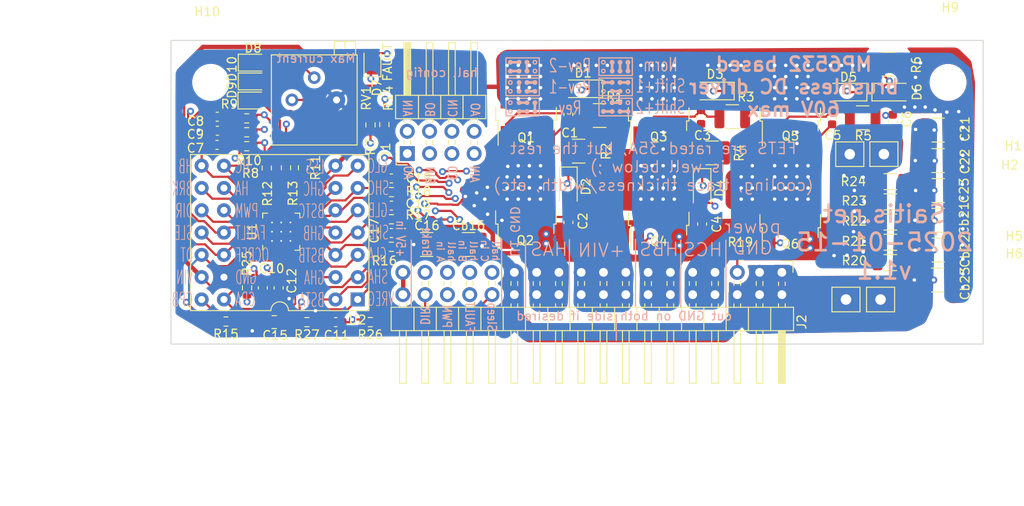
<source format=kicad_pcb>
(kicad_pcb (version 20211014) (generator pcbnew)
  (layers (0 "F.Cu" signal) (1 "In1.Cu" signal) (2 "In2.Cu" signal) (31 "B.Cu" signal) (34 "B.Paste" user) (35 "F.Paste" user) (36 "B.SilkS" user "B.Silkscreen") (37 "F.SilkS" user "F.Silkscreen") (38 "B.Mask" user) (39 "F.Mask" user) (44 "Edge.Cuts" user))
  (net 0 "")
  (net 1 "HAS")
  (net 2 "Net-(C1-Pad2)")
  (net 3 "Net-(C2-Pad2)")
  (net 4 "GND")
  (net 5 "LSS")
  (net 6 "Net-(C17-Pad2)")
  (net 7 "Net-(C18-Pad2)")
  (net 8 "Net-(C19-Pad2)")
  (net 9 "VIN")
  (net 10 "Net-(C3-Pad2)")
  (net 11 "Net-(C4-Pad2)")
  (net 12 "HBS")
  (net 13 "HCS")
  (net 14 "Net-(C5-Pad2)")
  (net 15 "Net-(C6-Pad2)")
  (net 16 "HAIN")
  (net 17 "HBIN")
  (net 18 "HCIN")
  (net 19 "Net-(D7-Pad2)")
  (net 20 "/BSTA")
  (net 21 "/BSTB")
  (net 22 "/BSTC")
  (net 23 "/CPB")
  (net 24 "/CPA")
  (net 25 "/GHA")
  (net 26 "/GLA")
  (net 27 "/GHB")
  (net 28 "/GLB")
  (net 29 "/GHC")
  (net 30 "/GLC")
  (net 31 "/HA")
  (net 32 "/HB")
  (net 33 "/HC")
  (net 34 "/VREG")
  (net 35 "/nBRAKE")
  (net 36 "/PWM")
  (net 37 "/DIR")
  (net 38 "/nFAULT")
  (net 39 "/nSLEEP")
  (net 40 "/OCREF")
  (net 41 "/DT")
  (net 42 "Net-(R7-Pad1)")
  (net 43 "5V")
  (net 44 "Net-(C7-Pad1)")
  (net 45 "Net-(C8-Pad1)")
  (net 46 "Net-(C9-Pad1)")
  (net 47 "Net-(D8-Pad2)")
  (net 48 "Net-(D9-Pad2)")
  (net 49 "Net-(D10-Pad2)")
  (net 50 "Net-(J2-Pad5)")
  (net 51 "Net-(J2-Pad28)")
  (net 52 "Net-(J2-Pad33)")
  (net 53 "Net-(J2-Pad34)")
  (footprint "Package_TO_SOT_SMD:TO-252-2" (layer "F.Cu") (at 107.188 48.328 90)
    (fp_text reference "Q5")
    (fp_text value "Q_NMOS_GDS")
  )
  (footprint "Connector_Pin:Pin_D1.2mm_L10.2mm_W2.9mm_FlatFork" (layer "F.Cu") (at 117.86 54.56)
    (fp_text reference "H2")
    (fp_text value "MountingHole_Pad")
  )
  (footprint "Resistor_SMD:R_0603_1608Metric" (layer "F.Cu") (at 49.74 56.11 90)
    (fp_text reference "R13")
    (fp_text value "10000")
  )
  (footprint "Package_TO_SOT_SMD:TO-252-2" (layer "F.Cu") (at 77.089 48.26 90)
    (fp_text reference "Q1")
    (fp_text value "Q_NMOS_GDS")
  )
  (footprint "Resistor_SMD:R_1206_3216Metric" (layer "F.Cu") (at 118.6 57.7 180)
    (fp_text reference "R24")
    (fp_text value "100m")
  )
  (footprint "Capacitor_SMD:C_0603_1608Metric" (layer "F.Cu") (at 47.1 69.8 90)
    (fp_text reference "C10")
    (fp_text value "100nF")
  )
  (footprint "Diode_SMD:D_SOD-123" (layer "F.Cu") (at 81.915 58.28 -90)
    (fp_text reference "D2")
    (fp_text value "schottky 30V/1A B130LAW")
  )
  (footprint "Capacitor_SMD:C_0603_1608Metric" (layer "F.Cu") (at 41.905 50.3 180)
    (fp_text reference "C8")
    (fp_text value "100nF")
  )
  (footprint "Resistor_SMD:R_0603_1608Metric" (layer "F.Cu") (at 59.35 73.7 180)
    (fp_text reference "R26")
    (fp_text value "10K")
  )
  (footprint "Capacitor_SMD:C_0805_2012Metric" (layer "F.Cu") (at 48.4 73.7)
    (fp_text reference "C15")
    (fp_text value "470nF/100V")
  )
  (footprint "Resistor_SMD:R_1210_3225Metric" (layer "F.Cu") (at 118.364 44.323)
    (fp_text reference "R6")
    (fp_text value "2")
  )
  (footprint "Capacitor_SMD:C_0603_1608Metric" (layer "F.Cu") (at 55.4 73.7)
    (fp_text reference "C11")
    (fp_text value "100nF")
  )
  (footprint "Package_TO_SOT_SMD:TO-252-2" (layer "F.Cu") (at 107.188 60.478 90)
    (fp_text reference "Q6")
    (fp_text value "Q_NMOS_GDS")
  )
  (footprint "Resistor_SMD:R_1210_3225Metric" (layer "F.Cu") (at 98.29 54.42)
    (fp_text reference "R4")
    (fp_text value "2")
  )
  (footprint "Capacitor_SMD:C_0603_1608Metric" (layer "F.Cu") (at 48.9 69.8 90)
    (fp_text reference "C12")
    (fp_text value "100nF")
  )
  (footprint "Capacitor_SMD:C_0603_1608Metric" (layer "F.Cu") (at 97.022 50.336 90)
    (fp_text reference "C3")
    (fp_text value "C TBD")
  )
  (footprint "MountingHole:MountingHole_3.2mm_M3_DIN965" (layer "F.Cu") (at 41.17 46.39)
    (fp_text reference "H10")
    (fp_text value "MountingHole")
  )
  (footprint "Diode_SMD:D_SOD-123" (layer "F.Cu") (at 83.566 47.117 180)
    (fp_text reference "D1")
    (fp_text value "schottky 30V/1A B130LAW")
  )
  (footprint "Resistor_SMD:R_1206_3216Metric" (layer "F.Cu") (at 118.6 62.3 180)
    (fp_text reference "R22")
    (fp_text value "100m")
  )
  (footprint "LED_SMD:LED_0805_2012Metric" (layer "F.Cu") (at 45.99 44.14)
    (fp_text reference "D8")
    (fp_text value "LED_G")
  )
  (footprint "Capacitor_SMD:C_0603_1608Metric" (layer "F.Cu") (at 118.87 50.85 90)
    (fp_text reference "C6")
    (fp_text value "C TBD")
  )
  (footprint "Resistor_SMD:R_0603_1608Metric" (layer "F.Cu") (at 45.27 50.49 180)
    (fp_text reference "R9")
    (fp_text value "10K")
  )
  (footprint "Resistor_SMD:R_1210_3225Metric" (layer "F.Cu") (at 83.08 54.22)
    (fp_text reference "R2")
    (fp_text value "2")
  )
  (footprint "Resistor_SMD:R_0603_1608Metric" (layer "F.Cu") (at 61.75 65.12 180)
    (fp_text reference "R16")
    (fp_text value "10")
  )
  (footprint "Capacitor_SMD:C_1210_3225Metric" (layer "F.Cu") (at 124.04 51.82 180)
    (fp_text reference "C21")
    (fp_text value "4.7uF")
  )
  (footprint "Resistor_SMD:R_0603_1608Metric" (layer "F.Cu") (at 45.27 53.66 180)
    (fp_text reference "R8")
    (fp_text value "10K")
  )
  (footprint "Capacitor_SMD:C_1210_3225Metric" (layer "F.Cu") (at 70.54 64.86)
    (fp_text reference "Cb16")
    (fp_text value "4.7uF")
  )
  (footprint "Capacitor_SMD:C_0603_1608Metric" (layer "F.Cu") (at 61.75 63.55)
    (fp_text reference "C17")
    (fp_text value "C")
  )
  (footprint "Resistor_SMD:R_0603_1608Metric" (layer "F.Cu") (at 60.95 51.2 -90)
    (fp_text reference "R14")
    (fp_text value "1000")
  )
  (footprint "Package_TO_SOT_SMD:TO-252-2" (layer "F.Cu") (at 92.203 48.304 90)
    (fp_text reference "Q3")
    (fp_text value "Q_NMOS_GDS")
  )
  (footprint "Potentiometer_THT:Potentiometer_Bourns_3296P_Horizontal" (layer "F.Cu") (at 55.499 48.387 -90)
    (fp_text reference "RV1")
    (fp_text value "1000")
  )
  (footprint "LED_SMD:LED_0805_2012Metric" (layer "F.Cu") (at 59.59 44.06 90)
    (fp_text reference "D7")
    (fp_text value "LED_R")
  )
  (footprint "Resistor_SMD:R_0603_1608Metric" (layer "F.Cu") (at 59.37 51.23 -90)
    (fp_text reference "R7")
    (fp_text value "1000")
  )
  (footprint "Capacitor_SMD:C_1210_3225Metric" (layer "F.Cu") (at 124.04 55.3 180)
    (fp_text reference "C22")
    (fp_text value "4.7uF")
  )
  (footprint "Resistor_SMD:R_1210_3225Metric" (layer "F.Cu") (at 115.443 50.419 180)
    (fp_text reference "R5")
    (fp_text value "2")
  )
  (footprint "Capacitor_SMD:C_1210_3225Metric" (layer "F.Cu") (at 124.04 58.71 180)
    (fp_text reference "C23")
    (fp_text value "4.7uF")
  )
  (footprint "Resistor_SMD:R_1206_3216Metric" (layer "F.Cu") (at 118.59 66.92 180)
    (fp_text reference "R20")
    (fp_text value "100m")
  )
  (footprint "Capacitor_SMD:C_0603_1608Metric" (layer "F.Cu") (at 61.75 57.329)
    (fp_text reference "C19")
    (fp_text value "C")
  )
  (footprint "Package_DFN_QFN:QFN-28-1EP_4x4mm_P0.4mm_EP2.6x2.6mm_ThermalVias" (layer "F.Cu") (at 49.2 63.4 90)
    (fp_text reference "U1")
    (fp_text value "MP6532-QFN")
  )
  (footprint "Capacitor_SMD:C_1210_3225Metric" (layer "F.Cu") (at 124.04 62.1 180)
    (fp_text reference "Cb21")
    (fp_text value "4.7uF")
  )
  (footprint "Package_TO_SOT_SMD:TO-252-2" (layer "F.Cu") (at 92.203 60.207 90)
    (fp_text reference "Q4")
    (fp_text value "Q_NMOS_GDS")
  )
  (footprint "Resistor_SMD:R_1206_3216Metric" (layer "F.Cu") (at 118.6 60 180)
    (fp_text reference "R23")
    (fp_text value "100m")
  )
  (footprint "Resistor_SMD:R_1210_3225Metric" (layer "F.Cu") (at 85.471 50.165)
    (fp_text reference "R1")
    (fp_text value "2")
  )
  (footprint "Capacitor_SMD:C_0603_1608Metric" (layer "F.Cu") (at 61.75 60.43)
    (fp_text reference "C18")
    (fp_text value "C")
  )
  (footprint "Connector_Pin:Pin_D1.2mm_L10.2mm_W2.9mm_FlatFork" (layer "F.Cu") (at 113.538 71.125)
    (fp_text reference "H5")
    (fp_text value "MountingHole_Pad")
  )
  (footprint "Resistor_SMD:R_0603_1608Metric" (layer "F.Cu") (at 61.75 61.98 180)
    (fp_text reference "R17")
    (fp_text value "10")
  )
  (footprint "Connector_PinHeader_2.54mm:PinHeader_2x04_P2.54mm_Horizontal" (layer "F.Cu") (at 63.56 54.5 90)
    (fp_text reference "J1")
    (fp_text value "Conn_02x04_Odd_Even")
  )
  (footprint "Resistor_SMD:R_1206_3216Metric" (layer "F.Cu") (at 118.6 64.6 180)
    (fp_text reference "R21")
    (fp_text value "100m")
  )
  (footprint "MountingHole:MountingHole_3.2mm_M3_DIN965" (layer "F.Cu") (at 125.17 46.39)
    (fp_text reference "H9")
    (fp_text value "MountingHole")
  )
  (footprint "LED_SMD:LED_0805_2012Metric" (layer "F.Cu") (at 45.96 48.45)
    (fp_text reference "D9")
    (fp_text value "LED_G")
  )
  (footprint "Resistor_SMD:R_0603_1608Metric" (layer "F.Cu") (at 45.27 52.07 180)
    (fp_text reference "R10")
    (fp_text value "10K")
  )
  (footprint "Capacitor_SMD:C_0603_1608Metric" (layer "F.Cu") (at 81.915 50.038 90)
    (fp_text reference "C1")
    (fp_text value "C TBD")
  )
  (footprint "Resistor_SMD:R_0603_1608Metric" (layer "F.Cu") (at 52.125 73.7 180)
    (fp_text reference "R27")
    (fp_text value "10K")
  )
  (footprint "Diode_SMD:D_SOD-123" (layer "F.Cu") (at 113.665 47.498 180)
    (fp_text reference "D5")
    (fp_text value "schottky 30V/1A B130LAW")
  )
  (footprint "Resistor_SMD:R_0603_1608Metric" (layer "F.Cu") (at 45.3 69.8 90)
    (fp_text reference "R25")
    (fp_text value "10K")
  )
  (footprint "Capacitor_SMD:C_1210_3225Metric" (layer "F.Cu") (at 123.99 68.91 180)
    (fp_text reference "Cb23")
    (fp_text value "4.7uF")
  )
  (footprint "Diode_SMD:D_SOD-123" (layer "F.Cu") (at 97.149 58.464 -90)
    (fp_text reference "D4")
    (fp_text value "schottky 30V/1A B130LAW")
  )
  (footprint "Capacitor_SMD:C_0603_1608Metric" (layer "F.Cu") (at 41.92 51.9 180)
    (fp_text reference "C9")
    (fp_text value "100nF")
  )
  (footprint "Resistor_SMD:R_0603_1608Metric" (layer "F.Cu") (at 101.62 66.14 180)
    (fp_text reference "R19")
    (fp_text value "1000")
  )
  (footprint "Capacitor_SMD:C_1210_3225Metric" (layer "F.Cu") (at 65.76 64.86 180)
    (fp_text reference "C16")
    (fp_text value "4.7uF")
  )
  (footprint "Diode_SMD:D_SOD-123" (layer "F.Cu") (at 98.552 47.371 180)
    (fp_text reference "D3")
    (fp_text value "schottky 30V/1A B130LAW")
  )
  (footprint "Capacitor_SMD:C_1210_3225Metric" (layer "F.Cu") (at 124.04 65.49 180)
    (fp_text reference "Cb22")
    (fp_text value "4.7uF")
  )
  (footprint "Library:28-pin-deca" (layer "F.Cu") (at 57.912 71.12 180)
    (fp_text reference "U2")
    (fp_text value "MP6532-ADA-TSOP")
  )
  (footprint "Diode_SMD:D_SOD-123" (layer "F.Cu") (at 118.745 47.498)
    (fp_text reference "D6")
    (fp_text value "schottky 30V/1A B130LAW")
  )
  (footprint "Connector_Pin:Pin_D1.2mm_L10.2mm_W2.9mm_FlatFork" (layer "F.Cu") (at 113.97 54.57)
    (fp_text reference "H1")
    (fp_text value "MountingHole_Pad")
  )
  (footprint "Package_TO_SOT_SMD:TO-252-2" (layer "F.Cu") (at 77.075 60.055 90)
    (fp_text reference "Q2")
    (fp_text value "Q_NMOS_GDS")
  )
  (footprint "Connector_PinHeader_2.54mm:PinHeader_2x18_P2.54mm_Horizontal" (layer "F.Cu") (at 106.235 68.03 -90)
    (fp_text reference "J2")
    (fp_text value "Conn_02x20_Odd_Even")
  )
  (footprint "Connector_Pin:Pin_D1.2mm_L10.2mm_W2.9mm_FlatFork" (layer "F.Cu") (at 117.478 71.125)
    (fp_text reference "H6")
    (fp_text value "MountingHole_Pad")
  )
  (footprint "Resistor_SMD:R_0603_1608Metric" (layer "F.Cu") (at 47.55 56.14 90)
    (fp_text reference "R12")
    (fp_text value "10000")
  )
  (footprint "Resistor_SMD:R_1210_3225Metric" (layer "F.Cu") (at 100.584 50.292 180)
    (fp_text reference "R3")
    (fp_text value "2")
  )
  (footprint "Capacitor_SMD:C_0603_1608Metric" (layer "F.Cu") (at 97.149 62.528 90)
    (fp_text reference "C4")
    (fp_text value "C TBD")
  )
  (footprint "Resistor_SMD:R_0603_1608Metric" (layer "F.Cu") (at 42.9 73.63 180)
    (fp_text reference "R15")
    (fp_text value "220K")
  )
  (footprint "Capacitor_SMD:C_0603_1608Metric" (layer "F.Cu") (at 81.915 62.344 90)
    (fp_text reference "C2")
    (fp_text value "C TBD")
  )
  (footprint "LED_SMD:LED_0805_2012Metric" (layer "F.Cu") (at 45.99 46.28)
    (fp_text reference "D10")
    (fp_text value "LED_G")
  )
  (footprint "Resistor_SMD:R_0603_1608Metric" (layer "F.Cu") (at 51.68 56.11 -90)
    (fp_text reference "R11")
    (fp_text value "10000")
  )
  (footprint "Capacitor_SMD:C_0603_1608Metric" (layer "F.Cu") (at 111.957 50.386 90)
    (fp_text reference "C5")
    (fp_text value "C TBD")
  )
  (footprint "Resistor_SMD:R_0603_1608Metric" (layer "F.Cu") (at 61.75 58.89 180)
    (fp_text reference "R18")
    (fp_text value "10")
  )
  (footprint "Capacitor_SMD:C_0603_1608Metric" (layer "F.Cu") (at 41.88 53.51 180)
    (fp_text reference "C7")
    (fp_text value "100nF")
  )
  (gr_circle (center 78.1 49.7) (end 78.1 49.9) (layer "B.SilkS") (width 0.15) (fill none))
  (gr_line (start 86.9 47.4) (end 87.9 47.4) (layer "B.SilkS") (width 0.3))
  (gr_line (start 75.3 44.1) (end 76.3 44.1) (layer "B.SilkS") (width 0.3))
  (gr_circle (center 85.9 45.1) (end 85.9 45.3) (layer "B.SilkS") (width 0.15) (fill none))
  (gr_circle (center 85.9 48.7) (end 85.9 48.9) (layer "B.SilkS") (width 0.15) (fill none))
  (gr_circle (center 75.3 45.1) (end 75.3 45.3) (layer "B.SilkS") (width 0.15) (fill none))
  (gr_circle (center 88.7 49.7) (end 88.7 49.9) (layer "B.SilkS") (width 0.15) (fill none))
  (gr_circle (center 78.1 47.4) (end 78.1 47.6) (layer "B.SilkS") (width 0.15) (fill none))
  (gr_circle (center 87.8 44.1) (end 87.8 44.3) (layer "B.SilkS") (width 0.15) (fill none))
  (gr_circle (center 88.7 44.1) (end 88.7 44.3) (layer "B.SilkS") (width 0.15) (fill none))
  (gr_line (start 82.03 71.93) (end 82.03 64.31) (layer "B.SilkS") (width 0.15))
  (gr_rect (start 78.6 48.2) (end 74.8 50.2) (layer "B.SilkS") (width 0.15) (fill none))
  (gr_line (start 77.2 46.4) (end 78.2 46.4) (layer "B.SilkS") (width 0.3))
  (gr_line (start 77.2 47.4) (end 78.2 47.4) (layer "B.SilkS") (width 0.3))
  (gr_circle (center 76.3 44.1) (end 76.3 44.3) (layer "B.SilkS") (width 0.15) (fill none))
  (gr_line (start 89.56 71.88) (end 89.56 64.26) (layer "B.SilkS") (width 0.15))
  (gr_line (start 85.9 46.4) (end 86.9 46.4) (layer "B.SilkS") (width 0.3))
  (gr_rect (start 78.6 45.9) (end 74.8 47.9) (layer "B.SilkS") (width 0.15) (fill none))
  (gr_line (start 87.8 44.1) (end 87.8 45.1) (layer "B.SilkS") (width 0.3))
  (gr_circle (center 78.1 46.4) (end 78.1 46.6) (layer "B.SilkS") (width 0.15) (fill none))
  (gr_circle (center 78.1 45.1) (end 78.1 45.3) (layer "B.SilkS") (width 0.15) (fill none))
  (gr_line (start 76.3 46.4) (end 76.3 47.4) (layer "B.SilkS") (width 0.3))
  (gr_rect (start 89.2 48.2) (end 85.4 50.2) (layer "B.SilkS") (width 0.15) (fill none))
  (gr_line (start 76.2 49.7) (end 77.2 49.7) (layer "B.SilkS") (width 0.3))
  (gr_circle (center 86.9 45.1) (end 86.9 45.3) (layer "B.SilkS") (width 0.15) (fill none))
  (gr_line (start 86.8 48.7) (end 87.8 48.7) (layer "B.SilkS") (width 0.3))
  (gr_line (start 88.7 44.1) (end 88.7 45.1) (layer "B.SilkS") (width 0.3))
  (gr_circle (center 75.3 48.7) (end 75.3 48.9) (layer "B.SilkS") (width 0.15) (fill none))
  (gr_circle (center 86.9 48.7) (end 86.9 48.9) (layer "B.SilkS") (width 0.15) (fill none))
  (gr_circle (center 75.3 47.4) (end 75.3 47.6) (layer "B.SilkS") (width 0.15) (fill none))
  (gr_circle (center 87.8 45.1) (end 87.8 45.3) (layer "B.SilkS") (width 0.15) (fill none))
  (gr_line (start 76.2 48.7) (end 77.2 48.7) (layer "B.SilkS") (width 0.3))
  (gr_line (start 64.01 71.98) (end 64.01 64.36) (layer "B.SilkS") (width 0.15))
  (gr_circle (center 76.3 47.4) (end 76.3 47.6) (layer "B.SilkS") (width 0.15) (fill none))
  (gr_rect (start 89.2 43.6) (end 85.4 45.6) (layer "B.SilkS") (width 0.15) (fill none))
  (gr_circle (center 87.8 48.7) (end 87.8 48.9) (layer "B.SilkS") (width 0.15) (fill none))
  (gr_rect (start 78.6 43.6) (end 74.8 45.6) (layer "B.SilkS") (width 0.15) (fill none))
  (gr_line (start 77.03 71.98) (end 77.03 64.36) (layer "B.SilkS") (width 0.15))
  (gr_line (start 87.8 49.7) (end 88.8 49.7) (layer "B.SilkS") (width 0.3))
  (gr_line (start 99.86 71.98) (end 99.86 64.36) (layer "B.SilkS") (width 0.15))
  (gr_circle (center 77.2 48.7) (end 77.2 48.9) (layer "B.SilkS") (width 0.15) (fill none))
  (gr_circle (center 88.7 47.4) (end 88.7 47.6) (layer "B.SilkS") (width 0.15) (fill none))
  (gr_circle (center 87.8 47.4) (end 87.8 47.6) (layer "B.SilkS") (width 0.15) (fill none))
  (gr_circle (center 75.3 49.7) (end 75.3 49.9) (layer "B.SilkS") (width 0.15) (fill none))
  (gr_circle (center 85.9 44.1) (end 85.9 44.3) (layer "B.SilkS") (width 0.15) (fill none))
  (gr_circle (center 86.9 47.4) (end 86.9 47.6) (layer "B.SilkS") (width 0.15) (fill none))
  (gr_line (start 74.31 71.83) (end 74.31 64.21) (layer "B.SilkS") (width 0.15))
  (gr_line (start 87.7 46.4) (end 88.7 46.4) (layer "B.SilkS") (width 0.3))
  (gr_line (start 77.2 44.1) (end 77.2 45.1) (layer "B.SilkS") (width 0.3))
  (gr_circle (center 85.9 46.4) (end 85.9 46.6) (layer "B.SilkS") (width 0.15) (fill none))
  (gr_circle (center 86.9 46.4) (end 86.9 46.6) (layer "B.SilkS") (width 0.15) (fill none))
  (gr_circle (center 86.9 49.7) (end 86.9 49.9) (layer "B.SilkS") (width 0.15) (fill none))
  (gr_circle (center 76.3 45.1) (end 76.3 45.3) (layer "B.SilkS") (width 0.15) (fill none))
  (gr_circle (center 77.2 45.1) (end 77.2 45.3) (layer "B.SilkS") (width 0.15) (fill none))
  (gr_circle (center 88.7 48.7) (end 88.7 48.9) (layer "B.SilkS") (width 0.15) (fill none))
  (gr_circle (center 78.1 44.1) (end 78.1 44.3) (layer "B.SilkS") (width 0.15) (fill none))
  (gr_line (start 86.9 44.1) (end 86.9 45.1) (layer "B.SilkS") (width 0.3))
  (gr_line (start 85.9 49.7) (end 86.9 49.7) (layer "B.SilkS") (width 0.3))
  (gr_circle (center 77.2 44.1) (end 77.2 44.3) (layer "B.SilkS") (width 0.15) (fill none))
  (gr_circle (center 85.9 47.4) (end 85.9 47.6) (layer "B.SilkS") (width 0.15) (fill none))
  (gr_line (start 75.3 45.1) (end 76.3 45.1) (layer "B.SilkS") (width 0.3))
  (gr_circle (center 76.3 46.4) (end 76.3 46.6) (layer "B.SilkS") (width 0.15) (fill none))
  (gr_circle (center 86.9 44.1) (end 86.9 44.3) (layer "B.SilkS") (width 0.15) (fill none))
  (gr_circle (center 87.8 46.4) (end 87.8 46.6) (layer "B.SilkS") (width 0.15) (fill none))
  (gr_line (start 87.37 72.82) (end 87.37 75.78) (layer "B.SilkS") (width 0.15))
  (gr_circle (center 78.1 48.7) (end 78.1 48.9) (layer "B.SilkS") (width 0.15) (fill none))
  (gr_line (start 78.1 48.7) (end 78.1 49.7) (layer "B.SilkS") (width 0.3))
  (gr_circle (center 76.3 48.7) (end 76.3 48.9) (layer "B.SilkS") (width 0.15) (fill none))
  (gr_circle (center 75.3 46.4) (end 75.3 46.6) (layer "B.SilkS") (width 0.15) (fill none))
  (gr_circle (center 75.3 44.1) (end 75.3 44.3) (layer "B.SilkS") (width 0.15) (fill none))
  (gr_circle (center 88.7 46.4) (end 88.7 46.6) (layer "B.SilkS") (width 0.15) (fill none))
  (gr_rect (start 89.2 45.9) (end 85.4 47.9) (layer "B.SilkS") (width 0.15) (fill none))
  (gr_circle (center 77.2 49.7) (end 77.2 49.9) (layer "B.SilkS") (width 0.15) (fill none))
  (gr_circle (center 85.9 49.7) (end 85.9 49.9) (layer "B.SilkS") (width 0.15) (fill none))
  (gr_circle (center 76.3 49.7) (end 76.3 49.9) (layer "B.SilkS") (width 0.15) (fill none))
  (gr_circle (center 87.8 49.7) (end 87.8 49.9) (layer "B.SilkS") (width 0.15) (fill none))
  (gr_line (start 94.71 71.98) (end 94.71 64.36) (layer "B.SilkS") (width 0.15))
  (gr_circle (center 77.2 47.4) (end 77.2 47.6) (layer "B.SilkS") (width 0.15) (fill none))
  (gr_circle (center 77.2 46.4) (end 77.2 46.6) (layer "B.SilkS") (width 0.15) (fill none))
  (gr_circle (center 88.7 45.1) (end 88.7 45.3) (layer "B.SilkS") (width 0.15) (fill none))
  (gr_rect (start 36.64 41.6) (end 129.17 76.2) (layer "Edge.Cuts") (width 0.1) (fill none))
  (gr_text "U1 GND" (at 75.8 63.4 270) (layer "B.SilkS") (effects (font (size 1 1)) (justify mirror)))
  (gr_text "AIN" (at 71.21 56.84 270) (layer "B.SilkS") (effects (font (size 1 0.8)) (justify mirror)))
  (gr_text "BIN" (at 66.15 56.98 270) (layer "B.SilkS") (effects (font (size 1 0.8)) (justify mirror)))
  (gr_text "hall\nA in" (at 67.97 65.66 270) (layer "B.SilkS") (effects (font (size 0.8 0.8)) (justify mirror)))
  (gr_text "HC\nHA\nPWM\nFAULT\nOCREF\nGND\nCPA" (at 43.9 63.55) (layer "B.SilkS") (effects (font (size 1.57 0.8) (thickness 0.1)) (justify right mirror)))
  (gr_text "HAS" (at 79.7 65.4) (layer "B.SilkS") (effects (font (size 1.5 1.5)) (justify mirror)))
  (gr_text "CO" (at 68.68 56.72 270) (layer "B.SilkS") (effects (font (size 1 0.8)) (justify mirror)))
  (gr_text "FAULT" (at 70.68 73.12 270) (layer "B.SilkS") (effects (font (size 1 0.8)) (justify mirror)))
  (gr_text "HBS" (at 92.23 65.4) (layer "B.SilkS") (effects (font (size 1.5 1.5)) (justify mirror)))
  (gr_text "Rev-2\nRev-1\nRev" (at 82.1 46.9) (layer "B.SilkS") (effects (font (size 1.5 1)) (justify mirror)))
  (gr_text "hall\nC in" (at 73 65.58 270) (layer "B.SilkS") (effects (font (size 0.8 0.8)) (justify mirror)))
  (gr_text "AIN" (at 63.57 49.32 270) (layer "B.SilkS") (effects (font (size 1 0.8)) (justify mirror)))
  (gr_text "GLC\nSHC\nGLB\nSHB\nGLA\nSHA\nVREG" (at 59.01 63.5) (layer "B.SilkS") (effects (font (size 1.57 0.8) (thickness 0.1)) (justify right mirror)))
  (gr_text "HCS" (at 97.23 65.45) (layer "B.SilkS") (effects (font (size 1.5 1.5)) (justify mirror)))
  (gr_text "CIN" (at 68.68 49.32 270) (layer "B.SilkS") (effects (font (size 1 0.8)) (justify mirror)))
  (gr_text "hall\nB in" (at 70.46 65.6 270) (layer "B.SilkS") (effects (font (size 0.8 0.8)) (justify mirror)))
  (gr_text "Saitis.net\n2025-01-15\nv1.1" (at 117.9 64.6) (layer "B.SilkS") (effects (font (size 2 2) (thickness 0.3)) (justify mirror)))
  (gr_text "Norm\nShift+1\nShift+2" (at 92.4 46.8) (layer "B.SilkS") (effects (font (size 1.5 1)) (justify mirror)))
  (gr_text "MP6532 based\nbrushless DC driver\n60V max" (at 107.6 46.9) (layer "B.SilkS") (effects (font (size 1.6 1.6) (thickness 0.3)) (justify mirror)))
  (gr_text "power\nGND" (at 102.92 64.03) (layer "B.SilkS") (effects (font (size 1.5 1.5)) (justify mirror)))
  (gr_text "BO" (at 66.12 49.49 270) (layer "B.SilkS") (effects (font (size 1 0.8)) (justify mirror)))
  (gr_text "Sleep" (at 73.2 73.12 270) (layer "B.SilkS") (effects (font (size 1 0.8)) (justify mirror)))
  (gr_text "cut GND on both side if desired" (at 88.27 73) (layer "B.SilkS") (effects (font (size 1 1)) (justify mirror)))
  (gr_text "LSS\nGHC\nBSTC\nGHB\nBSTB\nGHA\nBSTA" (at 54.19 63.6) (layer "B.SilkS") (effects (font (size 1.57 0.8) (thickness 0.1)) (justify left mirror)))
  (gr_text "+VIN" (at 85.69 65.52) (layer "B.SilkS") (effects (font (size 1.5 1.5)) (justify mirror)))
  (gr_text "+5V in" (at 62.8 64.2 270) (layer "B.SilkS") (effects (font (size 1 0.8)) (justify mirror)))
  (gr_text "Max current" (at 53.17 43.64) (layer "B.SilkS") (effects (font (size 1 1)) (justify mirror)))
  (gr_text "FETS are rated 35A, but the rest\nis well below ;) \n(cooling, trace thickness/width, etc)" (at 91.6 56) (layer "B.SilkS") (effects (font (size 1.3 1.3)) (justify mirror)))
  (gr_text "HB\nBRK\nDIR\nSLE\nDT\nVIN\nCPB" (at 39.2 63.55) (layer "B.SilkS") (effects (font (size 1.57 0.8) (thickness 0.1)) (justify left mirror)))
  (gr_text "DIR" (at 65.56 73.02 270) (layer "B.SilkS") (effects (font (size 1 0.8)) (justify mirror)))
  (gr_text "hall config" (at 67.48 45.27) (layer "B.SilkS") (effects (font (size 1 1)) (justify mirror)))
  (gr_text "PWM" (at 68.07 73.04 270) (layer "B.SilkS") (effects (font (size 1 0.8)) (justify mirror)))
  (gr_text "AO" (at 63.66 56.67 270) (layer "B.SilkS") (effects (font (size 1 0.8)) (justify mirror)))
  (gr_text "Brake\n" (at 65.76 64.54 270) (layer "B.SilkS") (effects (font (size 1 0.8)) (justify mirror)))
  (gr_text "AO" (at 71.28 49.49 270) (layer "B.SilkS") (effects (font (size 1 0.8)) (justify mirror)))
  (gr_text "FAULT" (at 61.3 44.1 90) (layer "F.SilkS") (effects (font (size 1 1))))
  (segment (start 68.724076 60.339059) (end 68.68986 60.304843) (width 0.25) (layer "F.Cu") (net 1))
  (segment (start 81.915 50.813) (end 80.268 52.46) (width 0.25) (layer "F.Cu") (net 1))
  (segment (start 60.975 63.55) (end 60.2 64.325) (width 0.25) (layer "F.Cu") (net 1))
  (segment (start 53.355 69.705) (end 51.7 68.05) (width 0.25) (layer "F.Cu") (net 1))
  (segment (start 66.956471 60.203063) (end 65.533884 60.203063) (width 0.25) (layer "F.Cu") (net 1))
  (segment (start 68.68986 60.304843) (end 67.058251 60.304843) (width 0.25) (layer "F.Cu") (net 1))
  (segment (start 60.2 66.292) (end 57.912 68.58) (width 0.25) (layer "F.Cu") (net 1))
  (segment (start 56.15131 69.705) (end 53.355 69.705) (width 0.25) (layer "F.Cu") (net 1))
  (segment (start 69.748674 59.811614) (end 69.748674 59.914657) (width 0.25) (layer "F.Cu") (net 1))
  (segment (start 57.912 68.58) (end 57.27631 68.58) (width 0.25) (layer "F.Cu") (net 1))
  (segment (start 80.268 52.46) (end 79.369 52.46) (width 0.25) (layer "F.Cu") (net 1))
  (segment (start 67.058251 60.304843) (end 66.956471 60.203063) (width 0.25) (layer "F.Cu") (net 1))
  (segment (start 57.27631 68.58) (end 56.15131 69.705) (width 0.25) (layer "F.Cu") (net 1))
  (segment (start 70.178176 59.382112) (end 69.748674 59.811614) (width 0.25) (layer "F.Cu") (net 1))
  (segment (start 69.748674 59.914657) (end 69.324272 60.339059) (width 0.25) (layer "F.Cu") (net 1))
  (segment (start 50 65.3375) (end 50 66.35) (width 0.2) (layer "F.Cu") (net 1))
  (segment (start 60.2 64.325) (end 60.2 66.292) (width 0.25) (layer "F.Cu") (net 1))
  (segment (start 50 66.35) (end 51.7 68.05) (width 0.2) (layer "F.Cu") (net 1))
  (segment (start 69.324272 60.339059) (end 68.724076 60.339059) (width 0.25) (layer "F.Cu") (net 1))
  (via (at 77.547989 52.147989) (size 0.8) (drill 0.4) (layers "F.Cu" "B.Cu") (net 1))
  (via (at 72.71 61.41) (size 0.8) (drill 0.4) (layers "F.Cu" "B.Cu") (net 1))
  (via (at 71.46 58.98) (size 0.8) (drill 0.4) (layers "F.Cu" "B.Cu") (net 1))
  (via (at 75.00868 55.95868) (size 0.8) (drill 0.4) (layers "F.Cu" "B.Cu") (net 1))
  (via (at 77.47 57.15) (size 0.8) (drill 0.4) (layers "F.Cu" "B.Cu") (net 1))
  (via (at 76.2 59.69) (size 0.8) (drill 0.4) (layers "F.Cu" "B.Cu") (net 1))
  (via (at 65.533884 60.203063) (size 0.8) (drill 0.4) (layers "F.Cu" "B.Cu") (net 1))
  (via (at 74.93 59.69) (size 0.8) (drill 0.4) (layers "F.Cu" "B.Cu") (net 1))
  (via (at 78.74 58.42) (size 0.8) (drill 0.4) (layers "F.Cu" "B.Cu") (net 1))
  (via (at 74.93 58.42) (size 0.8) (drill 0.4) (layers "F.Cu" "B.Cu") (net 1))
  (via (at 77.47 59.69) (size 0.8) (drill 0.4) (layers "F.Cu" "B.Cu") (net 1))
  (via (at 76.2 57.15) (size 0.8) (drill 0.4) (layers "F.Cu" "B.Cu") (net 1))
  (via (at 78.74 59.69) (size 0.8) (drill 0.4) (layers "F.Cu" "B.Cu") (net 1))
  (via (at 70.178176 59.382112) (size 0.8) (drill 0.4) (layers "F.Cu" "B.Cu") (net 1))
  (via (at 78.74 57.15) (size 0.8) (drill 0.4) (layers "F.Cu" "B.Cu") (net 1))
  (via (at 77.47 58.42) (size 0.8) (drill 0.4) (layers "F.Cu" "B.Cu") (net 1))
  (via (at 77.47 55.88) (size 0.8) (drill 0.4) (layers "F.Cu" "B.Cu") (net 1))
  (via (at 76.2 55.88) (size 0.8) (drill 0.4) (layers "F.Cu" "B.Cu") (net 1))
  (via (at 72.69 58.34) (size 0.8) (drill 0.4) (layers "F.Cu" "B.Cu") (net 1))
  (via (at 74.34 62.11) (size 0.8) (drill 0.4) (layers "F.Cu" "B.Cu") (net 1))
  (via (at 77.47 53.34) (size 0.8) (drill 0.4) (layers "F.Cu" "B.Cu") (net 1))
  (via (at 71.19 60.43) (size 0.8) (drill 0.4) (layers "F.Cu" "B.Cu") (net 1))
  (via (at 72.39 59.69) (size 0.8) (drill 0.4) (layers "F.Cu" "B.Cu") (net 1))
  (via (at 76.2 58.42) (size 0.8) (drill 0.4) (layers "F.Cu" "B.Cu") (net 1))
  (via (at 78.74 55.88) (size 0.8) (drill 0.4) (layers "F.Cu" "B.Cu") (net 1))
  (via (at 74.93 57.15) (size 0.8) (drill 0.4) (layers "F.Cu" "B.Cu") (net 1))
  (segment (start 81.915 47.118) (end 81.916 47.117) (width 0.25) (layer "F.Cu") (net 2))
  (segment (start 74.809 51.175) (end 76.073 49.911) (width 0.25) (layer "F.Cu") (net 2))
  (segment (start 86.07 46.192) (end 86.9335 47.0555) (width 0.25) (layer "F.Cu") (net 2))
  (segment (start 86.9335 47.0555) (end 86.9335 50.165) (width 0.25) (layer "F.Cu") (net 2))
  (segment (start 81.915 49.263) (end 81.915 47.118) (width 0.25) (layer "F.Cu") (net 2))
  (segment (start 81.916 46.735) (end 82.459 46.192) (width 0.25) (layer "F.Cu") (net 2))
  (segment (start 74.809 52.46) (end 74.809 51.175) (width 0.25) (layer "F.Cu") (net 2))
  (segment (start 82.459 46.192) (end 86.07 46.192) (width 0.25) (layer "F.Cu") (net 2))
  (segment (start 76.073 49.911) (end 81.267 49.911) (width 0.25) (layer "F.Cu") (net 2))
  (segment (start 81.267 49.911) (end 81.915 49.263) (width 0.25) (layer "F.Cu") (net 2))
  (segment (start 81.916 47.117) (end 81.916 46.735) (width 0.25) (layer "F.Cu") (net 2))
  (segment (start 81.915 59.93) (end 81.915 59.309) (width 0.25) (layer "F.Cu") (net 3))
  (segment (start 81.764 61.72) (end 81.915 61.569) (width 0.25) (layer "F.Cu") (net 3))
  (segment (start 76.71 61.72) (end 81.764 61.72) (width 0.25) (layer "F.Cu") (net 3))
  (segment (start 74.795 63.635) (end 76.71 61.72) (width 0.25) (layer "F.Cu") (net 3))
  (segment (start 81.915 59.309) (end 84.9015 56.3225) (width 0.25) (layer "F.Cu") (net 3))
  (segment (start 74.795 64.255) (end 74.795 63.635) (width 0.25) (layer "F.Cu") (net 3))
  (segment (start 81.915 61.569) (end 81.915 59.93) (width 0.25) (layer "F.Cu") (net 3))
  (segment (start 84.9015 56.3225) (end 84.9015 53.721) (width 0.25) (layer "F.Cu") (net 3))
  (segment (start 54.625 73.7) (end 54.4 73.7) (width 0.25) (layer "F.Cu") (net 4))
  (segment (start 42.672 68.39231) (end 42.672 68.58) (width 0.25) (layer "F.Cu") (net 4))
  (segment (start 41.145 51.9) (end 39.85 51.9) (width 0.25) (layer "F.Cu") (net 4))
  (segment (start 48.9 70.575) (end 49.650402 70.575) (width 0.2) (layer "F.Cu") (net 4))
  (segment (start 75.819 68.094) (end 75.755 68.03) (width 2) (layer "F.Cu") (net 4))
  (segment (start 45.0525 44.17) (end 45.0525 48.42) (width 0.25) (layer "F.Cu") (net 4))
  (segment (start 39.85 51.9) (end 39.78 51.83) (width 0.25) (layer "F.Cu") (net 4))
  (segment (start 75.819 73.279) (end 75.819 68.094) (width 2) (layer "F.Cu") (net 4))
  (segment (start 44.83 73.63) (end 45.9 74.7) (width 0.25) (layer "F.Cu") (net 4))
  (segment (start 101.155 70.57) (end 101.155 73.402081) (width 2) (layer "F.Cu") (net 4))
  (segment (start 46.821 64.6) (end 47.2625 64.6) (width 0.2) (layer "F.Cu") (net 4))
  (segment (start 101.155 73.402081) (end 99.557081 75) (width 2) (layer "F.Cu") (net 4))
  (segment (start 45.0525 48.42) (end 45.0225 48.45) (width 0.25) (layer "F.Cu") (net 4))
  (segment (start 45.9 65.521) (end 46.821 64.6) (width 0.2) (layer "F.Cu") (net 4))
  (segment (start 45.54331 65.521) (end 42.672 68.39231) (width 0.25) (layer "F.Cu") (net 4))
  (segment (start 49.650402 70.575) (end 50.100394 71.024992) (width 0.2) (layer "F.Cu") (net 4))
  (segment (start 43.725 73.63) (end 44.83 73.63) (width 0.25) (layer "F.Cu") (net 4))
  (segment (start 41.16 50.295) (end 41.16 53.48) (width 0.25) (layer "F.Cu") (net 4))
  (segment (start 54.4 73.7) (end 53.1 72.4) (width 0.25) (layer "F.Cu") (net 4))
  (segment (start 99.557081 75) (end 77.54 75) (width 2) (layer "F.Cu") (net 4))
  (segment (start 45.0225 48.45) (end 44.32 48.45) (width 0.25) (layer "F.Cu") (net 4))
  (segment (start 44.32 48.45) (end 43.77 49) (width 0.25) (layer "F.Cu") (net 4))
  (segment (start 47.1 70.575) (end 48.9 70.575) (width 0.2) (layer "F.Cu") (net 4))
  (segment (start 45.9 65.521) (end 45.54331 65.521) (width 0.25) (layer "F.Cu") (net 4))
  (segment (start 77.54 75) (end 75.819 73.279) (width 2) (layer "F.Cu") (net 4))
  (via (at 121.39 62.09) (size 0.8) (drill 0.4) (layers "F.Cu" "B.Cu") (net 4))
  (via (at 121.44 55.29) (size 0.8) (drill 0.4) (layers "F.Cu" "B.Cu") (net 4))
  (via (at 50.100394 71.024992) (size 0.8) (drill 0.4) (layers "F.Cu" "B.Cu") (net 4))
  (via (at 72.07 65.04) (size 0.8) (drill 0.4) (layers "F.Cu" "B.Cu") (net 4))
  (via (at 121.42 65.51) (size 0.8) (drill 0.4) (layers "F.Cu" "B.Cu") (net 4))
  (via (at 39.78 51.83) (size 0.8) (drill 0.4) (layers "F.Cu" "B.Cu") (net 4))
  (via (at 121.33 68.9) (size 0.8) (drill 0.4) (layers "F.Cu" "B.Cu") (net 4))
  (via (at 43.77 49) (size 0.8) (drill 0.4) (layers "F.Cu" "B.Cu") (net 4))
  (via (at 64.285 64.860002) (size 0.8) (drill 0.4) (layers "F.Cu" "B.Cu") (net 4))
  (via (at 121.47 58.7) (size 0.8) (drill 0.4) (layers "F.Cu" "B.Cu") (net 4))
  (via (at 123.53 68.9) (size 0.8) (drill 0.4) (layers "F.Cu" "B.Cu") (net 4))
  (via (at 45.9 74.7) (size 0.8) (drill 0.4) (layers "F.Cu" "B.Cu") (net 4))
  (via (at 123.59 51.82) (size 0.8) (drill 0.4) (layers "F.Cu" "B.Cu") (net 4))
  (via (at 123.53 65.48) (size 0.8) (drill 0.4) (layers "F.Cu" "B.Cu") (net 4))
  (via (at 123.57 58.7) (size 0.8) (drill 0.4) (layers "F.Cu" "B.Cu") (net 4))
  (via (at 123.62 62.15) (size 0.8) (drill 0.4) (layers "F.Cu" "B.Cu") (net 4))
  (via (at 123.61 55.32) (size 0.8) (drill 0.4) (layers "F.Cu" "B.Cu") (net 4))
  (via (at 121.47 51.75) (size 0.8) (drill 0.4) (layers "F.Cu" "B.Cu") (net 4))
  (via (at 53.1 72.4) (size 0.8) (drill 0.4) (layers "F.Cu" "B.Cu") (net 4))
  (segment (start 101.155 70.57) (end 101.155 73.402081) (width 2) (layer "B.Cu") (net 4))
  (segment (start 51.58 74.55) (end 49.25 72.22) (width 2) (layer "B.Cu") (net 4))
  (segment (start 49.25 57.95) (end 52.5 54.7) (width 2) (layer "B.Cu") (net 4))
  (segment (start 101.155 73.402081) (end 99.754081 74.803) (width 2) (layer "B.Cu") (net 4))
  (segment (start 77.216 74.803) (end 75.819 73.406) (width 2) (layer "B.Cu") (net 4))
  (segment (start 52.5 54.7) (end 52.5 51.386) (width 2) (layer "B.Cu") (net 4))
  (segment (start 52.5 51.386) (end 55.499 48.387) (width 2) (layer "B.Cu") (net 4))
  (segment (start 99.754081 74.803) (end 77.216 74.803) (width 2) (layer "B.Cu") (net 4))
  (segment (start 75.819 73.406) (end 75.819 72.136) (width 2) (layer "B.Cu") (net 4))
  (segment (start 49.25 69.6) (end 49.25 69.44) (width 2) (layer "B.Cu") (net 4))
  (segment (start 75.819 72.136) (end 75.819 68.094) (width 2) (layer "B.Cu") (net 4))
  (segment (start 75.819 73.338081) (end 74.607081 74.55) (width 2) (layer "B.Cu") (net 4))
  (segment (start 75.819 72.136) (end 75.819 73.338081) (width 2) (layer "B.Cu") (net 4))
  (segment (start 75.819 68.094) (end 75.755 68.03) (width 2) (layer "B.Cu") (net 4))
  (segment (start 74.607081 74.55) (end 51.58 74.55) (width 1) (layer "B.Cu") (net 4))
  (segment (start 49.25 72.22) (end 49.25 69.6) (width 2) (layer "B.Cu") (net 4))
  (segment (start 49.25 69.6) (end 49.25 57.95) (width 2) (layer "B.Cu") (net 4))
  (segment (start 63.62 56.51) (end 63.359501 56.249501) (width 0.5) (layer "F.Cu") (net 5))
  (segment (start 62.147034 56.249501) (end 61.997533 56.1) (width 0.5) (layer "F.Cu") (net 5))
  (segment (start 72.51 62.86) (end 66.82 62.86) (width 0.5) (layer "F.Cu") (net 5))
  (segment (start 58.65 54.43) (end 56.822 54.43) (width 0.5) (layer "F.Cu") (net 5))
  (segment (start 73.3 63.65) (end 72.51 62.86) (width 0.5) (layer "F.Cu") (net 5))
  (segment (start 79.355 64.255) (end 79.355 64.755) (width 0.5) (layer "F.Cu") (net 5))
  (segment (start 49.608503 60.486517) (end 49.608503 59.691497) (width 0.2) (layer "F.Cu") (net 5))
  (segment (start 66.82 62.86) (end 66.276998 62.316998) (width 0.5) (layer "F.Cu") (net 5))
  (segment (start 118.87 51.625) (end 117.86 52.635) (width 0.25) (layer "F.Cu") (net 5))
  (segment (start 63.359501 56.249501) (end 62.147034 56.249501) (width 0.5) (layer "F.Cu") (net 5))
  (segment (start 60.32 56.1) (end 58.65 54.43) (width 0.5) (layer "F.Cu") (net 5))
  (segment (start 73.3 65.36) (end 73.3 63.65) (width 0.5) (layer "F.Cu") (net 5))
  (segment (start 52.231 59.021) (end 55.372 55.88) (width 0.25) (layer "F.Cu") (net 5))
  (segment (start 66.276998 62.316998) (end 64.786998 62.316998) (width 0.5) (layer "F.Cu") (net 5))
  (segment (start 73.795 65.855) (end 73.3 65.36) (width 0.5) (layer "F.Cu") (net 5))
  (segment (start 117.86 52.635) (end 117.86 54.56) (width 0.25) (layer "F.Cu") (net 5))
  (segment (start 51.999 59.021) (end 52.231 59.021) (width 0.25) (layer "F.Cu") (net 5))
  (segment (start 78.255 65.855) (end 73.795 65.855) (width 0.5) (layer "F.Cu") (net 5))
  (segment (start 50.279 59.021) (end 51.999 59.021) (width 0.2) (layer "F.Cu") (net 5))
  (segment (start 61.997533 56.1) (end 60.32 56.1) (width 0.5) (layer "F.Cu") (net 5))
  (segment (start 49.608503 59.691497) (end 50.279 59.021) (width 0.2) (layer "F.Cu") (net 5))
  (segment (start 49.6 61.4625) (end 49.6 60.49502) (width 0.2) (layer "F.Cu") (net 5))
  (segment (start 63.62 61.15) (end 63.62 56.51) (width 0.5) (layer "F.Cu") (net 5))
  (segment (start 56.822 54.43) (end 55.372 55.88) (width 0.5) (layer "F.Cu") (net 5))
  (segment (start 79.355 64.755) (end 78.255 65.855) (width 0.5) (layer "F.Cu") (net 5))
  (segment (start 49.6 60.49502) (end 49.608503 60.486517) (width 0.2) (layer "F.Cu") (net 5))
  (segment (start 64.786998 62.316998) (end 63.62 61.15) (width 0.5) (layer "F.Cu") (net 5))
  (via (at 115.6 60) (size 0.8) (drill 0.4) (layers "F.Cu" "B.Cu") (net 5))
  (via (at 109.46 65.26) (size 0.8) (drill 0.4) (layers "F.Cu" "B.Cu") (net 5))
  (via (at 94.55 63.96) (size 0.8) (drill 0.4) (layers "F.Cu" "B.Cu") (net 5))
  (via (at 115.5 57.2) (size 0.8) (drill 0.4) (layers "F.Cu" "B.Cu") (net 5))
  (via (at 79.355 64.755) (size 0.8) (drill 0.4) (layers "F.Cu" "B.Cu") (net 5))
  (via (at 113.66 66.08) (size 0.8) (drill 0.4) (layers "F.Cu" "B.Cu") (net 5))
  (via (at 115.5 65.7) (size 0.8) (drill 0.4) (layers "F.Cu" "B.Cu") (net 5))
  (via (at 114.5 61.1) (size 0.8) (drill 0.4) (layers "F.Cu" "B.Cu") (net 5))
  (via (at 114.4 63.4) (size 0.8) (drill 0.4) (layers "F.Cu" "B.Cu") (net 5))
  (via (at 113.3 57) (size 0.8) (drill 0.4) (layers "F.Cu" "B.Cu") (net 5))
  (via (at 94.58 64.98) (size 0.8) (drill 0.4) (layers "F.Cu" "B.Cu") (net 5))
  (via (at 114.5 58.7) (size 0.8) (drill 0.4) (layers "F.Cu" "B.Cu") (net 5))
  (via (at 115.6 62.3) (size 0.8) (drill 0.4) (layers "F.Cu" "B.Cu") (net 5))
  (via (at 79.37 63.66) (size 0.8) (drill 0.4) (layers "F.Cu" "B.Cu") (net 5))
  (via (at 115.6 64.5) (size 0.8) (drill 0.4) (layers "F.Cu" "B.Cu") (net 5))
  (via (at 112.18 66.12) (size 0.8) (drill 0.4) (layers "F.Cu" "B.Cu") (net 5))
  (via (at 109.46 64.24) (size 0.8) (drill 0.4) (layers "F.Cu" "B.Cu") (net 5))
  (segment (start 62.59 63.349) (end 62.59 64.95) (width 0.25) (layer "F.Cu") (net 6))
  (segment (start 62.55 60.355) (end 62.55 61.97) (width 0.25) (layer "F.Cu") (net 7))
  (segment (start 62.55 57.37) (end 62.55 58.971) (width 0.25) (layer "F.Cu") (net 8))
  (segment (start 52.45663 43.69) (end 51.11663 42.35) (width 0.5) (layer "F.Cu") (net 9))
  (segment (start 43.137991 69.705) (end 43.797 69.045991) (width 0.25) (layer "F.Cu") (net 9))
  (segment (start 47.75 66) (end 45.7 66) (width 0.2) (layer "F.Cu") (net 9))
  (segment (start 41.257 69.705) (end 43.137991 69.705) (width 0.25) (layer "F.Cu") (net 9))
  (segment (start 37.566497 66.014497) (end 40.132 68.58) (width 0.5) (layer "F.Cu") (net 9))
  (segment (start 57.9 46.89) (end 54.7 43.69) (width 0.5) (layer "F.Cu") (net 9))
  (segment (start 43.797 69.045991) (end 43.797 68.114009) (width 0.25) (layer "F.Cu") (net 9))
  (segment (start 40.277532 42.35) (end 37.566497 45.061035) (width 0.5) (layer "F.Cu") (net 9))
  (segment (start 77.089 46.16) (end 76.359 46.89) (width 0.5) (layer "F.Cu") (net 9))
  (segment (start 76.359 46.89) (end 57.9 46.89) (width 0.5) (layer "F.Cu") (net 9))
  (segment (start 51.11663 42.35) (end 40.277532 42.35) (width 0.5) (layer "F.Cu") (net 9))
  (segment (start 37.566497 45.061035) (end 37.566497 66.014497) (width 0.5) (layer "F.Cu") (net 9))
  (segment (start 43.723651 67.976349) (end 45.2 66.5) (width 0.25) (layer "F.Cu") (net 9))
  (segment (start 45.7 66) (end 45.2 66.5) (width 0.2) (layer "F.Cu") (net 9))
  (segment (start 43.723651 68.040659) (end 43.723651 67.976349) (width 0.25) (layer "F.Cu") (net 9))
  (segment (start 48 65.75) (end 47.75 66) (width 0.2) (layer "F.Cu") (net 9))
  (segment (start 54.7 43.69) (end 52.45663 43.69) (width 0.5) (layer "F.Cu") (net 9))
  (segment (start 48 65.3375) (end 48 65.75) (width 0.2) (layer "F.Cu") (net 9))
  (segment (start 43.797 68.114009) (end 43.723651 68.040659) (width 0.25) (layer "F.Cu") (net 9))
  (segment (start 40.132 68.58) (end 41.257 69.705) (width 0.25) (layer "F.Cu") (net 9))
  (via (at 97.79 44.45) (size 0.8) (drill 0.4) (layers "F.Cu" "B.Cu") (net 9))
  (via (at 92.71 48.26) (size 0.8) (drill 0.4) (layers "F.Cu" "B.Cu") (net 9))
  (via (at 109.22 48.26) (size 0.8) (drill 0.4) (layers "F.Cu" "B.Cu") (net 9))
  (via (at 106.68 44.45) (size 0.8) (drill 0.4) (layers "F.Cu" "B.Cu") (net 9))
  (via (at 126.85 63.08) (size 0.8) (drill 0.4) (layers "F.Cu" "B.Cu") (net 9))
  (via (at 120.2 49.2) (size 0.8) (drill 0.4) (layers "F.Cu" "B.Cu") (net 9))
  (via (at 91.44 45.72) (size 0.8) (drill 0.4) (layers "F.Cu" "B.Cu") (net 9))
  (via (at 76.2 46.99) (size 0.8) (drill 0.4) (layers "F.Cu" "B.Cu") (net 9))
  (via (at 91.44 48.26) (size 0.8) (drill 0.4) (layers "F.Cu" "B.Cu") (net 9))
  (via (at 93.98 44.45) (size 0.8) (drill 0.4) (layers "F.Cu" "B.Cu") (net 9))
  (via (at 77.47 48.26) (size 0.8) (drill 0.4) (layers "F.Cu" "B.Cu") (net 9))
  (via (at 93.98 48.26) (size 0.8) (drill 0.4) (layers "F.Cu" "B.Cu") (net 9))
  (via (at 114.3 44.45) (size 0.8) (drill 0.4) (layers "F.Cu" "B.Cu") (net 9))
  (via (at 78.74 44.45) (size 0.8) (drill 0.4) (layers "F.Cu" "B.Cu") (net 9))
  (via (at 90.17 45.72) (size 0.8) (drill 0.4) (layers "F.Cu" "B.Cu") (net 9))
  (via (at 126.85 54.69) (size 0.8) (drill 0.4) (layers "F.Cu" "B.Cu") (net 9))
  (via (at 107.95 45.72) (size 0.8) (drill 0.4) (layers "F.Cu" "B.Cu") (net 9))
  (via (at 126.85 66.52) (size 0.8) (drill 0.4) (layers "F.Cu" "B.Cu") (net 9))
  (via (at 93.98 45.72) (size 0.8) (drill 0.4) (layers "F.Cu" "B.Cu") (net 9))
  (via (at 106.68 45.72) (size 0.8) (drill 0.4) (layers "F.Cu" "B.Cu") (net 9))
  (via (at 122.03 44.16) (size 0.8) (drill 0.4) (layers "F.Cu" "B.Cu") (net 9))
  (via (at 123.68 49.53) (size 0.8) (drill 0.4) (layers "F.Cu" "B.Cu") (net 9))
  (via (at 126.38 49.72) (size 0.8) (drill 0.4) (layers "F.Cu" "B.Cu") (net 9))
  (via (at 90.17 48.26) (size 0.8) (drill 0.4) (layers "F.Cu" "B.Cu") (net 9))
  (via (at 122.57 49.2) (size 0.8) (drill 0.4) (layers "F.Cu" "B.Cu") (net 9))
  (via (at 86.36 44.45) (size 0.8) (drill 0.4) (layers "F.Cu" "B.Cu") (net 9))
  (via (at 121.46 45.81) (size 0.8) (drill 0.4) (layers "F.Cu" "B.Cu") (net 9))
  (via (at 90.17 46.99) (size 0.8) (drill 0.4) (layers "F.Cu" "B.Cu") (net 9))
  (via (at 121.39 49.2) (size 0.8) (drill 0.4) (layers "F.Cu" "B.Cu") (net 9))
  (via (at 74.93 44.45) (size 0.8) (drill 0.4) (layers "F.Cu" "B.Cu") (net 9))
  (via (at 74.93 45.72) (size 0.8) (drill 0.4) (layers "F.Cu" "B.Cu") (net 9))
  (via (at 78.74 45.72) (size 0.8) (drill 0.4) (layers "F.Cu" "B.Cu") (net 9))
  (via (at 82.55 44.45) (size 0.8) (drill 0.4) (layers "F.Cu" "B.Cu") (net 9))
  (via (at 107.95 44.45) (size 0.8) (drill 0.4) (layers "F.Cu" "B.Cu") (net 9))
  (via (at 111.76 44.45) (size 0.8) (drill 0.4) (layers "F.Cu" "B.Cu") (net 9))
  (via (at 126.82 59.58) (size 0.8) (drill 0.4) (layers "F.Cu" "B.Cu") (net 9))
  (via (at 91.44 46.99) (size 0.8) (drill 0.4) (layers "F.Cu" "B.Cu") (net 9))
  (via (at 74.93 48.26) (size 0.8) (drill 0.4) (layers "F.Cu" "B.Cu") (net 9))
  (via (at 76.2 48.26) (size 0.8) (drill 0.4) (layers "F.Cu" "B.Cu") (net 9))
  (via (at 109.22 46.99) (size 0.8) (drill 0.4) (layers "F.Cu" "B.Cu") (net 9))
  (via (at 74.93 46.99) (size 0.8) (drill 0.4) (layers "F.Cu" "B.Cu") (net 9))
  (via (at 113.03 44.45) (size 0.8) (drill 0.4) (layers "F.Cu" "B.Cu") (net 9))
  (via (at 125.03 49.77) (size 0.8) (drill 0.4) (layers "F.Cu" "B.Cu") (net 9))
  (via (at 105.41 44.45) (size 0.8) (drill 0.4) (layers "F.Cu" "B.Cu") (net 9))
  (via (at 93.98 46.99) (size 0.8) (drill 0.4) (layers "F.Cu" "B.Cu") (net 9))
  (via (at 101.6 44.45) (size 0.8) (drill 0.4) (layers "F.Cu" "B.Cu") (net 9))
  (via (at 78.74 46.99) (size 0.8) (drill 0.4) (layers "F.Cu" "B.Cu") (net 9))
  (via (at 77.47 46.99) (size 0.8) (drill 0.4) (layers "F.Cu" "B.Cu") (net 9))
  (via (at 126.82 55.99) (size 0.8) (drill 0.4) (layers "F.Cu" "B.Cu") (net 9))
  (via (at 126.85 69.73) (size 0.8) (drill 0.4) (layers "F.Cu" "B.Cu") (net 9))
  (via (at 126.79 58.01) (size 0.8) (drill 0.4) (layers "F.Cu" "B.Cu") (net 9))
  (via (at 126.79 52.84) (size 0.8) (drill 0.4) (layers "F.Cu" "B.Cu") (net 9))
  (via (at 126.79 61.49) (size 0.8) (drill 0.4) (layers "F.Cu" "B.Cu") (net 9))
  (via (at 99.06 44.45) (size 0.8) (drill 0.4) (layers "F.Cu" "B.Cu") (net 9))
  (via (at 91.44 44.45) (size 0.8) (drill 0.4) (layers "F.Cu" "B.Cu") (net 9))
  (via (at 83.82 44.45) (size 0.8) (drill 0.4) (layers "F.Cu" "B.Cu") (net 9))
  (via (at 85.09 44.45) (size 0.8) (drill 0.4) (layers "F.Cu" "B.Cu") (net 9))
  (via (at 121.48 47.35) (size 0.8) (drill 0.4) (layers "F.Cu" "B.Cu") (net 9))
  (via (at 105.41 48.26) (size 0.8) (drill 0.4) (layers "F.Cu" "B.Cu") (net 9))
  (via (at 92.71 44.45) (size 0.8) (drill 0.4) (layers "F.Cu" "B.Cu") (net 9))
  (via (at 105.41 46.99) (size 0.8) (drill 0.4) (layers "F.Cu" "B.Cu") (net 9))
  (via (at 92.71 46.99) (size 0.8) (drill 0.4) (layers "F.Cu" "B.Cu") (net 9))
  (via (at 78.74 48.26) (size 0.8) (drill 0.4) (layers "F.Cu" "B.Cu") (net 9))
  (via (at 100.33 44.45) (size 0.8) (drill 0.4) (layers "F.Cu" "B.Cu") (net 9))
  (via (at 106.68 48.26) (size 0.8) (drill 0.4) (layers "F.Cu" "B.Cu") (net 9))
  (via (at 126.85 51.53) (size 0.8) (drill 0.4) (layers "F.Cu" "B.Cu") (net 9))
  (via (at 109.22 44.45) (size 0.8) (drill 0.4) (layers "F.Cu" "B.Cu") (net 9))
  (via (at 77.47 45.72) (size 0.8) (drill 0.4) (layers "F.Cu" "B.Cu") (net 9))
  (via (at 105.41 45.72) (size 0.8) (drill 0.4) (layers "F.Cu" "B.Cu") (net 9))
  (via (at 126.85 68.2) (size 0.8) (drill 0.4) (layers "F.Cu" "B.Cu") (net 9))
  (via (at 106.68 46.99) (size 0.8) (drill 0.4) (layers "F.Cu" "B.Cu") (net 9))
  (via (at 92.71 45.72) (size 0.8) (drill 0.4) (layers "F.Cu" "B.Cu") (net 9))
  (via (at 109.22 45.72) (size 0.8) (drill 0.4) (layers "F.Cu" "B.Cu") (net 9))
  (via (at 77.47 44.45) (size 0.8) (drill 0.4) (layers "F.Cu" "B.Cu") (net 9))
  (via (at 76.2 44.45) (size 0.8) (drill 0.4) (layers "F.Cu" "B.Cu") (net 9))
  (via (at 90.17 44.45) (size 0.8) (drill 0.4) (layers "F.Cu" "B.Cu") (net 9))
  (via (at 107.95 46.99) (size 0.8) (drill 0.4) (layers "F.Cu" "B.Cu") (net 9))
  (via (at 76.2 45.72) (size 0.8) (drill 0.4) (layers "F.Cu" "B.Cu") (net 9))
  (via (at 115.57 44.45) (size 0.8) (drill 0.4) (layers "F.Cu" "B.Cu") (net 9))
  (via (at 107.95 48.26) (size 0.8) (drill 0.4) (layers "F.Cu" "B.Cu") (net 9))
  (via (at 126.82 64.9) (size 0.8) (drill 0.4) (layers "F.Cu" "B.Cu") (net 9))
  (segment (start 89.923 52.504) (end 89.923 52.063) (width 0.25) (layer "F.Cu") (net 10))
  (segment (start 99.1215 50.292) (end 97.753 50.292) (width 0.25) (layer "F.Cu") (net 10))
  (segment (start 91.694 50.292) (end 96.291 50.292) (width 0.25) (layer "F.Cu") (net 10))
  (segment (start 97.022 47.491) (end 96.902 47.371) (width 0.25) (layer "F.Cu") (net 10))
  (segment (start 97.753 50.292) (end 97.022 49.561) (width 0.25) (layer "F.Cu") (net 10))
  (segment (start 96.291 50.292) (end 97.022 49.561) (width 0.25) (layer "F.Cu") (net 10))
  (segment (start 89.923 52.063) (end 91.694 50.292) (width 0.25) (layer "F.Cu") (net 10))
  (segment (start 97.022 49.561) (end 97.022 47.491) (width 0.25) (layer "F.Cu") (net 10))
  (segment (start 97.149 61.753) (end 97.149 60.114) (width 0.25) (layer "F.Cu") (net 11))
  (segment (start 90.743 64.407) (end 91.26 63.89) (width 0.25) (layer "F.Cu") (net 11))
  (segment (start 98.244 60.114) (end 98.62 60.49) (width 0.25) (layer "F.Cu") (net 11))
  (segment (start 98.933 54.9295) (end 100.0145 53.848) (width 0.25) (layer "F.Cu") (net 11))
  (segment (start 97.149 60.114) (end 98.244 60.114) (width 0.25) (layer "F.Cu") (net 11))
  (segment (start 98.933 58.33) (end 98.933 54.9295) (width 0.25) (layer "F.Cu") (net 11))
  (segment (start 89.923 64.407) (end 90.743 64.407) (width 0.25) (layer "F.Cu") (net 11))
  (segment (start 97.149 60.114) (end 98.933 58.33) (width 0.25) (layer "F.Cu") (net 11))
  (via (at 91.26 63.89) (size 0.8) (drill 0.4) (layers "F.Cu" "B.Cu") (net 11))
  (via (at 98.62 60.49) (size 0.8) (drill 0.4) (layers "F.Cu" "B.Cu") (net 11))
  (segment (start 64.84 59.34) (end 67.672813 59.34) (width 0.25) (layer "F.Cu") (net 12))
  (segment (start 51.1375 63.8) (end 52.509664 63.8) (width 0.2) (layer "F.Cu") (net 12))
  (segment (start 57.912 63.5) (end 57.27631 63.5) (width 0.25) (layer "F.Cu") (net 12))
  (segment (start 52.529664 63.78) (end 52.95 63.78) (width 0.2) (layer "F.Cu") (net 12))
  (segment (start 53.93 63.78) (end 52.95 63.78) (width 0.25) (layer "F.Cu") (net 12))
  (segment (start 56.15131 64.625) (end 54.775 64.625) (width 0.25) (layer "F.Cu") (net 12))
  (segment (start 67.672813 59.34) (end 67.991701 59.658888) (width 0.25) (layer "F.Cu") (net 12))
  (segment (start 97.022 51.111) (end 95.629 52.504) (width 0.25) (layer "F.Cu") (net 12))
  (segment (start 95.629 52.504) (end 94.483 52.504) (width 0.25) (layer "F.Cu") (net 12))
  (segment (start 52.509664 63.8) (end 52.529664 63.78) (width 0.2) (layer "F.Cu") (net 12))
  (segment (start 54.775 64.625) (end 53.93 63.78) (width 0.25) (layer "F.Cu") (net 12))
  (segment (start 68.591897 59.658888) (end 68.636226 59.614559) (width 0.25) (layer "F.Cu") (net 12))
  (segment (start 57.27631 63.5) (end 56.15131 64.625) (width 0.25) (layer "F.Cu") (net 12))
  (segment (start 60.975 60.43) (end 60.975 60.437) (width 0.25) (layer "F.Cu") (net 12))
  (segment (start 68.636226 59.614559) (end 69.024174 59.614559) (width 0.25) (layer "F.Cu") (net 12))
  (segment (start 60.975 60.437) (end 57.912 63.5) (width 0.25) (layer "F.Cu") (net 12))
  (segment (start 67.991701 59.658888) (end 68.591897 59.658888) (width 0.25) (layer "F.Cu") (net 12))
  (via (at 93.98 59.69) (size 0.8) (drill 0.4) (layers "F.Cu" "B.Cu") (net 12))
  (via (at 91.44 59.69) (size 0.8) (drill 0.4) (layers "F.Cu" "B.Cu") (net 12))
  (via (at 91.44 55.88) (size 0.8) (drill 0.4) (layers "F.Cu" "B.Cu") (net 12))
  (via (at 64.84 59.34) (size 0.8) (drill 0.4) (layers "F.Cu" "B.Cu") (net 12))
  (via (at 92.71 59.69) (size 0.8) (drill 0.4) (layers "F.Cu" "B.Cu") (net 12))
  (via (at 93.98 58.42) (size 0.8) (drill 0.4) (layers "F.Cu" "B.Cu") (net 12))
  (via (at 69.024174 59.614559) (size 0.8) (drill 0.4) (layers "F.Cu" "B.Cu") (net 12))
  (via (at 92.71 58.42) (size 0.8) (drill 0.4) (layers "F.Cu" "B.Cu") (net 12))
  (via (at 93.98 55.88) (size 0.8) (drill 0.4) (layers "F.Cu" "B.Cu") (net 12))
  (via (at 93.98 57.15) (size 0.8) (drill 0.4) (layers "F.Cu" "B.Cu") (net 12))
  (via (at 91.44 58.42) (size 0.8) (drill 0.4) (layers "F.Cu" "B.Cu") (net 12))
  (via (at 90.17 57.15) (size 0.8) (drill 0.4) (layers "F.Cu" "B.Cu") (net 12))
  (via (at 90.17 59.69) (size 0.8) (drill 0.4) (layers "F.Cu" "B.Cu") (net 12))
  (via (at 92.71 55.88) (size 0.8) (drill 0.4) (layers "F.Cu" "B.Cu") (net 12))
  (via (at 92.71 53.9845) (size 0.8) (drill 0.4) (layers "F.Cu" "B.Cu") (net 12))
  (via (at 92.71 57.15) (size 0.8) (drill 0.4) (layers "F.Cu" "B.Cu") (net 12))
  (via (at 92.71 52.07) (size 0.8) (drill 0.4) (layers "F.Cu" "B.Cu") (net 12))
  (via (at 90.17 58.42) (size 0.8) (drill 0.4) (layers "F.Cu" "B.Cu") (net 12))
  (via (at 90.17 55.88) (size 0.8) (drill 0.4) (layers "F.Cu" "B.Cu") (net 12))
  (via (at 91.44 57.15) (size 0.8) (drill 0.4) (layers "F.Cu" "B.Cu") (net 12))
  (segment (start 57.912 58.42) (end 56.497 59.835) (width 0.25) (layer "F.Cu") (net 13))
  (segment (start 52.969744 61.08) (end 53.08 61.08) (width 0.2) (layer "F.Cu") (net 13))
  (segment (start 67.657411 58.3) (end 68.291799 58.934388) (width 0.25) (layer "F.Cu") (net 13))
  (segment (start 53.661009 61.08) (end 53.08 61.08) (width 0.25) (layer "F.Cu") (net 13))
  (segment (start 111.957 51.161) (end 110.59 52.528) (width 0.25) (layer "F.Cu") (net 13))
  (segment (start 64.6 58.3) (end 67.657411 58.3) (width 0.25) (layer "F.Cu") (net 13))
  (segment (start 51.1375 62.2) (end 51.849744 62.2) (width 0.2) (layer "F.Cu") (net 13))
  (segment (start 56.497 59.835) (end 54.906009 59.835) (width 0.25) (layer "F.Cu") (net 13))
  (segment (start 110.59 52.528) (end 109.468 52.528) (width 0.25) (layer "F.Cu") (net 13))
  (segment (start 60.975 57.329) (end 59.884 58.42) (width 0.25) (layer "F.Cu") (net 13))
  (segment (start 54.906009 59.835) (end 53.661009 61.08) (width 0.25) (layer "F.Cu") (net 13))
  (segment (start 51.849744 62.2) (end 52.969744 61.08) (width 0.2) (layer "F.Cu") (net 13))
  (segment (start 59.884 58.42) (end 57.912 58.42) (width 0.25) (layer "F.Cu") (net 13))
  (via (at 101.6 59.69) (size 0.8) (drill 0.4) (layers "F.Cu" "B.Cu") (net 13))
  (via (at 105.41 57.15) (size 0.8) (drill 0.4) (layers "F.Cu" "B.Cu") (net 13))
  (via (at 106.68 57.15) (size 0.8) (drill 0.4) (layers "F.Cu" "B.Cu") (net 13))
  (via (at 101.6 58.42) (size 0.8) (drill 0.4) (layers "F.Cu" "B.Cu") (net 13))
  (via (at 105.41 55.88) (size 0.8) (drill 0.4) (layers "F.Cu" "B.Cu") (net 13))
  (via (at 109.22 58.42) (size 0.8) (drill 0.4) (layers "F.Cu" "B.Cu") (net 13))
  (via (at 109.22 55.88) (size 0.8) (drill 0.4) (layers "F.Cu" "B.Cu") (net 13))
  (via (at 68.291799 58.934388) (size 0.8) (drill 0.4) (layers "F.Cu" "B.Cu") (net 13))
  (via (at 107.95 53.34) (size 0.8) (drill 0.4) (layers "F.Cu" "B.Cu") (net 13))
  (via (at 102.87 59.69) (size 0.8) (drill 0.4) (layers "F.Cu" "B.Cu") (net 13))
  (via (at 105.41 59.69) (size 0.8) (drill 0.4) (layers "F.Cu" "B.Cu") (net 13))
  (via (at 107.95 57.15) (size 0.8) (drill 0.4) (layers "F.Cu" "B.Cu") (net 13))
  (via (at 101.6 57.15) (size 0.8) (drill 0.4) (layers "F.Cu" "B.Cu") (net 13))
  (via (at 109.22 59.69) (size 0.8) (drill 0.4) (layers "F.Cu" "B.Cu") (net 13))
  (via (at 109.22 57.15) (size 0.8) (drill 0.4) (layers "F.Cu" "B.Cu") (net 13))
  (via (at 106.68 58.42) (size 0.8) (drill 0.4) (layers "F.Cu" "B.Cu") (net 13))
  (via (at 107.95 52.07) (size 0.8) (drill 0.4) (layers "F.Cu" "B.Cu") (net 13))
  (via (at 107.95 55.88) (size 0.8) (drill 0.4) (layers "F.Cu" "B.Cu") (net 13))
  (via (at 102.87 55.88) (size 0.8) (drill 0.4) (layers "F.Cu" "B.Cu") (net 13))
  (via (at 102.87 58.42) (size 0.8) (drill 0.4) (layers "F.Cu" "B.Cu") (net 13))
  (via (at 106.68 59.69) (size 0.8) (drill 0.4) (layers "F.Cu" "B.Cu") (net 13))
  (via (at 107.95 59.69) (size 0.8) (drill 0.4) (layers "F.Cu" "B.Cu") (net 13))
  (via (at 107.95 58.42) (size 0.8) (drill 0.4) (layers "F.Cu" "B.Cu") (net 13))
  (via (at 106.68 55.88) (size 0.8) (drill 0.4) (layers "F.Cu" "B.Cu") (net 13))
  (via (at 102.87 57.15) (size 0.8) (drill 0.4) (layers "F.Cu" "B.Cu") (net 13))
  (via (at 64.6 58.3) (size 0.8) (drill 0.4) (layers "F.Cu" "B.Cu") (net 13))
  (via (at 105.41 58.42) (size 0.8) (drill 0.4) (layers "F.Cu" "B.Cu") (net 13))
  (segment (start 113.1725 49.611) (end 113.9805 50.419) (width 0.25) (layer "F.Cu") (net 14))
  (segment (start 107.061 50.292) (end 111.276 50.292) (width 0.25) (layer "F.Cu") (net 14))
  (segment (start 111.957 47.556) (end 112.015 47.498) (width 0.25) (layer "F.Cu") (net 14))
  (segment (start 104.908 52.528) (end 104.908 52.445) (width 0.25) (layer "F.Cu") (net 14))
  (segment (start 111.957 49.611) (end 113.1725 49.611) (width 0.25) (layer "F.Cu") (net 14))
  (segment (start 111.957 49.611) (end 111.957 47.556) (width 0.25) (layer "F.Cu") (net 14))
  (segment (start 111.276 50.292) (end 111.957 49.611) (width 0.25) (layer "F.Cu") (net 14))
  (segment (start 104.908 52.445) (end 107.061 50.292) (width 0.25) (layer "F.Cu") (net 14))
  (segment (start 118.775 50.17) (end 118.87 50.075) (width 0.25) (layer "F.Cu") (net 15))
  (segment (start 119.116 48.52) (end 119.373 48.52) (width 0.25) (layer "F.Cu") (net 15))
  (segment (start 119.8265 44.323) (end 119.8265 46.0395) (width 0.25) (layer "F.Cu") (net 15))
  (segment (start 104.908 64.678) (end 106.042 64.678) (width 0.25) (layer "F.Cu") (net 15))
  (segment (start 118.87 50.075) (end 118.87 48.766) (width 0.25) (layer "F.Cu") (net 15))
  (segment (start 120.395 46.61) (end 120.395 47.498) (width 0.25) (layer "F.Cu") (net 15))
  (segment (start 118.08 50.17) (end 118.775 50.17) (width 0.25) (layer "F.Cu") (net 15))
  (segment (start 118.0675 50.15) (end 118.0675 50.1575) (width 0.25) (layer "F.Cu") (net 15))
  (segment (start 120.396 46.609) (end 120.395 46.61) (width 0.25) (layer "F.Cu") (net 15))
  (segment (start 106.042 64.678) (end 106.06 64.66) (width 0.25) (layer "F.Cu") (net 15))
  (segment (start 119.373 48.52) (end 120.395 47.498) (width 0.25) (layer "F.Cu") (net 15))
  (segment (start 118.0675 50.1575) (end 118.08 50.17) (width 0.25) (layer "F.Cu") (net 15))
  (segment (start 119.8265 46.0395) (end 120.396 46.609) (width 0.25) (layer "F.Cu") (net 15))
  (segment (start 118.87 48.766) (end 119.116 48.52) (width 0.25) (layer "F.Cu") (net 15))
  (via (at 118.0675 50.15) (size 0.8) (drill 0.4) (layers "F.Cu" "B.Cu") (net 15))
  (via (at 106.06 64.66) (size 0.8) (drill 0.4) (layers "F.Cu" "B.Cu") (net 15))
  (segment (start 61.2 43.06) (end 61.26 43.12) (width 0.25) (layer "F.Cu") (net 19))
  (segment (start 60.95 50.375) (end 60.95 48.39) (width 0.25) (layer "F.Cu") (net 19))
  (segment (start 59.67 43.06) (end 61.2 43.06) (width 0.25) (layer "F.Cu") (net 19))
  (segment (start 59.6075 43.1225) (end 59.67 43.06) (width 0.25) (layer "F.Cu") (net 19))
  (segment (start 60.95 48.39) (end 61.025 48.315) (width 0.25) (layer "F.Cu") (net 19))
  (segment (start 59.59 43.1225) (end 59.6075 43.1225) (width 0.25) (layer "F.Cu") (net 19))
  (via (at 61.26 43.12) (size 0.8) (drill 0.4) (layers "F.Cu" "B.Cu") (net 19))
  (via (at 61.025 48.315) (size 0.8) (drill 0.4) (layers "F.Cu" "B.Cu") (net 19))
  (segment (start 60.925 66.203396) (end 59.037 68.091396) (width 0.25) (layer "F.Cu") (net 20))
  (segment (start 49.6 66.66) (end 50.67 67.73) (width 0.2) (layer "F.Cu") (net 20))
  (segment (start 59.037 69.045991) (end 58.377991 69.705) (width 0.25) (layer "F.Cu") (net 20))
  (segment (start 54.06 71.12) (end 50.67 67.73) (width 0.25) (layer "F.Cu") (net 20))
  (segment (start 55.372 71.12) (end 54.06 71.12) (width 0.25) (layer "F.Cu") (net 20))
  (segment (start 49.6 65.3375) (end 49.6 66.66) (width 0.2) (layer "F.Cu") (net 20))
  (segment (start 59.037 68.091396) (end 59.037 69.045991) (width 0.25) (layer "F.Cu") (net 20))
  (segment (start 56.787 69.705) (end 55.372 71.12) (width 0.25) (layer "F.Cu") (net 20))
  (segment (start 58.377991 69.705) (end 56.787 69.705) (width 0.25) (layer "F.Cu") (net 20))
  (segment (start 60.925 65.12) (end 60.925 66.203396) (width 0.25) (layer "F.Cu") (net 20))
  (segment (start 60.2 63.515) (end 58.8 64.915) (width 0.25) (layer "F.Cu") (net 21))
  (segment (start 55.372 66.04) (end 53.572499 64.240499) (width 0.25) (layer "F.Cu") (net 21))
  (segment (start 51.2805 64.1995) (end 52.7295 64.1995) (width 0.2) (layer "F.Cu") (net 21))
  (segment (start 52.7295 64.1995) (end 52.74 64.21) (width 0.2) (layer "F.Cu") (net 21))
  (segment (start 56.497 64.915) (end 55.372 66.04) (width 0.25) (layer "F.Cu") (net 21))
  (segment (start 53.572499 64.240499) (end 52.730499 64.240499) (width 0.25) (layer "F.Cu") (net 21))
  (segment (start 58.8 64.915) (end 56.497 64.915) (width 0.25) (layer "F.Cu") (net 21))
  (segment (start 52.730499 64.240499) (end 52.7 64.21) (width 0.25) (layer "F.Cu") (net 21))
  (segment (start 60.2 62.705) (end 60.2 63.515) (width 0.25) (layer "F.Cu") (net 21))
  (segment (start 60.925 61.98) (end 60.2 62.705) (width 0.25) (layer "F.Cu") (net 21))
  (segment (start 51.1375 64.2) (end 51.28 64.2) (width 0.2) (layer "F.Cu") (net 21))
  (segment (start 51.28 64.2) (end 51.2805 64.1995) (width 0.2) (layer "F.Cu") (net 21))
  (segment (start 52.014724 62.6) (end 53.014724 61.6) (width 0.2) (layer "F.Cu") (net 22))
  (segment (start 60.27 59.545) (end 57.495 59.545) (width 0.25) (layer "F.Cu") (net 22))
  (segment (start 60.925 58.89) (end 60.27 59.545) (width 0.25) (layer "F.Cu") (net 22))
  (segment (start 56.08 60.96) (end 55.372 60.96) (width 0.25) (layer "F.Cu") (net 22))
  (segment (start 54.732 61.6) (end 55.372 60.96) (width 0.25) (layer "F.Cu") (net 22))
  (segment (start 51.1375 62.6) (end 52.014724 62.6) (width 0.2) (layer "F.Cu") (net 22))
  (segment (start 53.014724 61.6) (end 53.2 61.6) (width 0.2) (layer "F.Cu") (net 22))
  (segment (start 53.2 61.6) (end 54.732 61.6) (width 0.25) (layer "F.Cu") (net 22))
  (segment (start 57.495 59.545) (end 56.08 60.96) (width 0.25) (layer "F.Cu") (net 22))
  (segment (start 48.8 67.3) (end 50.8 69.3) (width 0.2) (layer "F.Cu") (net 23))
  (segment (start 47.45 73.7) (end 48.65 74.9) (width 0.25) (layer "F.Cu") (net 23))
  (segment (start 47.45 73.7) (end 47.45 74.11) (width 0.25) (layer "F.Cu") (net 23))
  (segment (start 49.688173 74.9) (end 50.175 74.413173) (width 0.25) (layer "F.Cu") (net 23))
  (segment (start 50.175 72.225) (end 50.8 71.6) (width 0.25) (layer "F.Cu") (net 23))
  (segment (start 46.399501 72.649501) (end 47.45 73.7) (width 0.25) (layer "F.Cu") (net 23))
  (segment (start 48.8 65.3375) (end 48.8 67.3) (width 0.2) (layer "F.Cu") (net 23))
  (segment (start 50.175 74.413173) (end 50.175 72.225) (width 0.25) (layer "F.Cu") (net 23))
  (segment (start 40.132 71.12) (end 41.661501 72.649501) (width 0.25) (layer "F.Cu") (net 23))
  (segment (start 41.661501 72.649501) (end 46.399501 72.649501) (width 0.25) (layer "F.Cu") (net 23))
  (segment (start 50.8 69.3) (end 50.8 71.6) (width 0.2) (layer "F.Cu") (net 23))
  (segment (start 48.65 74.9) (end 49.688173 74.9) (width 0.25) (layer "F.Cu") (net 23))
  (segment (start 48.4 66.31) (end 48.01 66.7) (width 0.2) (layer "F.Cu") (net 24))
  (segment (start 44.3 69.492) (end 44.3 68.1) (width 0.25) (layer "F.Cu") (net 24))
  (segment (start 42.672 71.12) (end 43.752 72.2) (width 0.25) (layer "F.Cu") (net 24))
  (segment (start 48.01 66.7) (end 45.7 66.7) (width 0.2) (layer "F.Cu") (net 24))
  (segment (start 43.752 72.2) (end 47.85 72.2) (width 0.25) (layer "F.Cu") (net 24))
  (segment (start 42.672 71.12) (end 44.3 69.492) (width 0.25) (layer "F.Cu") (net 24))
  (segment (start 47.85 72.2) (end 49.35 73.7) (width 0.25) (layer "F.Cu") (net 24))
  (segment (start 48.4 65.3375) (end 48.4 66.31) (width 0.2) (layer "F.Cu") (net 24))
  (segment (start 44.3 68.1) (end 45.7 66.7) (width 0.25) (layer "F.Cu") (net 24))
  (segment (start 85.216 47.117) (end 83.566 47.117) (width 0.25) (layer "F.Cu") (net 25))
  (segment (start 52.9 68.58) (end 52.04 67.72) (width 0.25) (layer "F.Cu") (net 25))
  (segment (start 83.566 47.117) (end 83.439 47.244) (width 0.25) (layer "F.Cu") (net 25))
  (segment (start 55.372 68.58) (end 52.9 68.58) (width 0.25) (layer "F.Cu") (net 25))
  (segment (start 85.216 47.117) (end 85.216 48.769) (width 0.25) (layer "F.Cu") (net 25))
  (segment (start 50.4 66.08) (end 52.04 67.72) (width 0.2) (layer "F.Cu") (net 25))
  (segment (start 50.4 65.3375) (end 50.4 66.08) (width 0.2) (layer "F.Cu") (net 25))
  (segment (start 85.216 48.769) (end 84.0085 49.9765) (width 0.25) (layer "F.Cu") (net 25))
  (segment (start 84.0085 49.9765) (end 84.0085 50.165) (width 0.25) (layer "F.Cu") (net 25))
  (via (at 83.439 47.244) (size 0.8) (drill 0.4) (layers "F.Cu" "B.Cu") (net 25))
  (segment (start 57.912 66.04) (end 56.572 67.38) (width 0.25) (layer "F.Cu") (net 26))
  (segment (start 54.89 67.38) (end 52.84 65.33) (width 0.25) (layer "F.Cu") (net 26))
  (segment (start 52.83 65.33) (end 52.84 65.33) (width 0.2) (layer "F.Cu") (net 26))
  (segment (start 69.52 62.0105) (end 68.538167 61.028667) (width 0.25) (layer "F.Cu") (net 26))
  (segment (start 68.538167 61.028667) (end 66.757477 61.028667) (width 0.25) (layer "F.Cu") (net 26))
  (segment (start 51.1375 64.6) (end 52.1 64.6) (width 0.2) (layer "F.Cu") (net 26))
  (segment (start 81.915 57.785) (end 81.788 57.912) (width 0.25) (layer "F.Cu") (net 26))
  (segment (start 56.572 67.38) (end 54.89 67.38) (width 0.25) (layer "F.Cu") (net 26))
  (segment (start 52.1 64.6) (end 52.83 65.33) (width 0.2) (layer "F.Cu") (net 26))
  (segment (start 81.915 56.63) (end 81.915 57.785) (width 0.25) (layer "F.Cu") (net 26))
  (segment (start 81.915 56.63) (end 81.915 53.7825) (width 0.25) (layer "F.Cu") (net 26))
  (via (at 69.52 62.0105) (size 0.8) (drill 0.4) (layers "F.Cu" "B.Cu") (net 26))
  (via (at 81.788 57.912) (size 0.8) (drill 0.4) (layers "F.Cu" "B.Cu") (net 26))
  (via (at 66.757477 61.028667) (size 0.8) (drill 0.4) (layers "F.Cu" "B.Cu") (net 26))
  (segment (start 52.344684 63.4) (end 51.1375 63.4) (width 0.2) (layer "F.Cu") (net 27))
  (segment (start 102.0465 50.292) (end 102.0465 48.9605) (width 0.25) (layer "F.Cu") (net 27))
  (segment (start 54.793 62.921) (end 55.372 63.5) (width 0.25) (layer "F.Cu") (net 27))
  (segment (start 100.202 47.371) (end 98.425 47.371) (width 0.25) (layer "F.Cu") (net 27))
  (segment (start 67.627589 56.5) (end 67.573089 56.5545) (width 0.25) (layer "F.Cu") (net 27))
  (segment (start 53.1 62.921) (end 54.793 62.921) (width 0.25) (layer "F.Cu") (net 27))
  (segment (start 52.823684 62.921) (end 52.344684 63.4) (width 0.2) (layer "F.Cu") (net 27))
  (segment (start 102.0465 48.9605) (end 100.457 47.371) (width 0.25) (layer "F.Cu") (net 27))
  (segment (start 70.3 56.5) (end 67.627589 56.5) (width 0.25) (layer "F.Cu") (net 27))
  (segment (start 53.1 62.921) (end 52.823684 62.921) (width 0.2) (layer "F.Cu") (net 27))
  (segment (start 100.457 47.371) (end 100.202 47.371) (width 0.25) (layer "F.Cu") (net 27))
  (via (at 98.425 47.371) (size 0.8) (drill 0.4) (layers "F.Cu" "B.Cu") (net 27))
  (via (at 67.573089 56.5545) (size 0.8) (drill 0.4) (layers "F.Cu" "B.Cu") (net 27))
  (via (at 70.3 56.5) (size 0.8) (drill 0.4) (layers "F.Cu" "B.Cu") (net 27))
  (segment (start 66.514965 61.742497) (end 66.782968 62.0105) (width 0.25) (layer "F.Cu") (net 28))
  (segment (start 56.601 62.271) (end 57.912 60.96) (width 0.25) (layer "F.Cu") (net 28))
  (segment (start 53.2 62.271) (end 52.908704 62.271) (width 0.2) (layer "F.Cu") (net 28))
  (segment (start 52.179704 63) (end 51.1375 63) (width 0.2) (layer "F.Cu") (net 28))
  (segment (start 97.149 53.9075) (end 97.149 56.814) (width 0.25) (layer "F.Cu") (net 28))
  (segment (start 97.149 58.033) (end 97.282 58.166) (width 0.25) (layer "F.Cu") (net 28))
  (segment (start 53.2 62.271) (end 56.601 62.271) (width 0.25) (layer "F.Cu") (net 28))
  (segment (start 64.78 60.96) (end 65.562497 61.742497) (width 0.25) (layer "F.Cu") (net 28))
  (segment (start 66.782968 62.0105) (end 68.46 62.0105) (width 0.25) (layer "F.Cu") (net 28))
  (segment (start 97.149 56.814) (end 97.149 58.033) (width 0.25) (layer "F.Cu") (net 28))
  (segment (start 52.908704 62.271) (end 52.179704 63) (width 0.2) (layer "F.Cu") (net 28))
  (segment (start 65.562497 61.742497) (end 66.514965 61.742497) (width 0.25) (layer "F.Cu") (net 28))
  (via (at 64.78 60.96) (size 0.8) (drill 0.4) (layers "F.Cu" "B.Cu") (net 28))
  (via (at 68.46 62.0105) (size 0.8) (drill 0.4) (layers "F.Cu" "B.Cu") (net 28))
  (via (at 97.282 58.166) (size 0.8) (drill 0.4) (layers "F.Cu" "B.Cu") (net 28))
  (segment (start 69.301665 57.499855) (end 68.907177 57.105367) (width 0.25) (layer "F.Cu") (net 29))
  (segment (start 116.9055 49.7225) (end 115.315 48.132) (width 0.25) (layer "F.Cu") (net 29))
  (segment (start 116.9055 50.419) (end 116.9055 49.7225) (width 0.25) (layer "F.Cu") (net 29))
  (segment (start 113.792 47.498) (end 113.665 47.371) (width 0.25) (layer "F.Cu") (net 29))
  (segment (start 66.848589 56.699598) (end 66.527577 56.378586) (width 0.25) (layer "F.Cu") (net 29))
  (segment (start 115.315 48.132) (end 115.315 47.498) (width 0.25) (layer "F.Cu") (net 29))
  (segment (start 50.4 60.95) (end 51.029 60.321) (width 0.2) (layer "F.Cu") (net 29))
  (segment (start 50.4 61.4625) (end 50.4 60.95) (width 0.2) (layer "F.Cu") (net 29))
  (segment (start 67.873187 57.279) (end 67.272991 57.279) (width 0.25) (layer "F.Cu") (net 29))
  (segment (start 66.527577 56.378586) (end 64.919001 56.378586) (width 0.25) (layer "F.Cu") (net 29))
  (segment (start 52.921 60.321) (end 53.471 60.321) (width 0.25) (layer "F.Cu") (net 29))
  (segment (start 66.848589 56.854598) (end 66.848589 56.699598) (width 0.25) (layer "F.Cu") (net 29))
  (segment (start 115.315 47.498) (end 113.792 47.498) (width 0.25) (layer "F.Cu") (net 29))
  (segment (start 68.04682 57.105367) (end 67.873187 57.279) (width 0.25) (layer "F.Cu") (net 29))
  (segment (start 53.471 60.321) (end 55.372 58.42) (width 0.25) (layer "F.Cu") (net 29))
  (segment (start 67.272991 57.279) (end 66.848589 56.854598) (width 0.25) (layer "F.Cu") (net 29))
  (segment (start 51.029 60.321) (end 52.921 60.321) (width 0.2) (layer "F.Cu") (net 29))
  (segment (start 68.907177 57.105367) (end 68.04682 57.105367) (width 0.25) (layer "F.Cu") (net 29))
  (via (at 113.665 47.371) (size 0.8) (drill 0.4) (layers "F.Cu" "B.Cu") (net 29))
  (via (at 64.919001 56.378586) (size 0.8) (drill 0.4) (layers "F.Cu" "B.Cu") (net 29))
  (via (at 69.301665 57.499855) (size 0.8) (drill 0.4) (layers "F.Cu" "B.Cu") (net 29))
  (segment (start 67.086802 57.728501) (end 66.931802 57.573501) (width 0.25) (layer "F.Cu") (net 30))
  (segment (start 68.325214 57.876374) (end 68.157341 57.708501) (width 0.25) (layer "F.Cu") (net 30))
  (segment (start 68.079376 57.708501) (end 68.059376 57.728501) (width 0.25) (layer "F.Cu") (net 30))
  (segment (start 54.247 57.954009) (end 55.196009 57.005) (width 0.25) (layer "F.Cu") (net 30))
  (segment (start 52.897 59.7) (end 54.247 58.35) (width 0.25) (layer "F.Cu") (net 30))
  (segment (start 50 60.66) (end 50.96 59.7) (width 0.2) (layer "F.Cu") (net 30))
  (segment (start 117.095 47.498) (end 117.221 47.498) (width 0.25) (layer "F.Cu") (net 30))
  (segment (start 50.96 59.7) (end 52.6 59.7) (width 0.2) (layer "F.Cu") (net 30))
  (segment (start 54.247 58.35) (end 54.247 57.954009) (width 0.25) (layer "F.Cu") (net 30))
  (segment (start 117.221 47.498) (end 118.491 46.228) (width 0.25) (layer "F.Cu") (net 30))
  (segment (start 66.931802 57.573501) (end 64.761201 57.573501) (width 0.25) (layer "F.Cu") (net 30))
  (segment (start 50 61.4625) (end 50 60.66) (width 0.2) (layer "F.Cu") (net 30))
  (segment (start 64.194501 57.006801) (end 64.194501 56.272033) (width 0.25) (layer "F.Cu") (net 30))
  (segment (start 55.196009 57.005) (end 56.787 57.005) (width 0.25) (layer "F.Cu") (net 30))
  (segment (start 62.385 55.675) (end 61.69 54.98) (width 0.25) (layer "F.Cu") (net 30))
  (segment (start 68.059376 57.728501) (end 67.086802 57.728501) (width 0.25) (layer "F.Cu") (net 30))
  (segment (start 56.787 57.005) (end 57.912 55.88) (width 0.25) (layer "F.Cu") (net 30))
  (segment (start 116.9015 44.323) (end 116.9015 44.6385) (width 0.25) (layer "F.Cu") (net 30))
  (segment (start 116.9015 44.6385) (end 118.491 46.228) (width 0.25) (layer "F.Cu") (net 30))
  (segment (start 52.6 59.7) (end 52.897 59.7) (width 0.25) (layer "F.Cu") (net 30))
  (segment (start 64.194501 56.272033) (end 63.597467 55.675) (width 0.25) (layer "F.Cu") (net 30))
  (segment (start 68.157341 57.708501) (end 68.079376 57.708501) (width 0.25) (layer "F.Cu") (net 30))
  (segment (start 61.69 54.98) (end 60.97 54.98) (width 0.25) (layer "F.Cu") (net 30))
  (segment (start 63.597467 55.675) (end 62.385 55.675) (width 0.25) (layer "F.Cu") (net 30))
  (segment (start 64.761201 57.573501) (end 64.194501 57.006801) (width 0.25) (layer "F.Cu") (net 30))
  (via (at 68.325214 57.876374) (size 0.8) (drill 0.4) (layers "F.Cu" "B.Cu") (net 30))
  (via (at 60.97 54.98) (size 0.8) (drill 0.4) (layers "F.Cu" "B.Cu") (net 30))
  (via (at 118.491 46.228) (size 0.8) (drill 0.4) (layers "F.Cu" "B.Cu") (net 30))
  (segment (start 46.495 53.26) (end 46.095 53.66) (width 0.25) (layer "F.Cu") (net 31))
  (segment (start 50.95 58.12) (end 51.68 57.39) (width 0.25) (layer "F.Cu") (net 31))
  (segment (start 47.31 54.25) (end 46.58 54.98) (width 0.25) (layer "F.Cu") (net 31))
  (segment (start 47.31 53.26) (end 47.31 54.25) (width 0.25) (layer "F.Cu") (net 31))
  (segment (start 47.31 53.26) (end 46.495 53.26) (width 0.25) (layer "F.Cu") (net 31))
  (segment (start 51.68 57.39) (end 51.68 56.935) (width 0.25) (layer "F.Cu") (net 31))
  (segment (start 46.58 54.98) (end 46.58 57.41) (width 0.25) (layer "F.Cu") (net 31))
  (segment (start 46.58 57.41) (end 47.29 58.12) (width 0.25) (layer "F.Cu") (net 31))
  (segment (start 47.29 58.12) (end 50.95 58.12) (width 0.25) (layer "F.Cu") (net 31))
  (via (at 47.31 53.26) (size 0.8) (drill 0.4) (layers "F.Cu" "B.Cu") (net 31))
  (segment (start 47.759501 54.044809) (end 48.49 53.31431) (width 0.25) (layer "F.Cu") (net 32))
  (segment (start 47.55 55.315) (end 47.759501 55.105499) (width 0.25) (layer "F.Cu") (net 32))
  (segment (start 47.26 50.08) (end 46.505 50.08) (width 0.25) (layer "F.Cu") (net 32))
  (segment (start 46.505 50.08) (end 46.095 50.49) (width 0.25) (layer "F.Cu") (net 32))
  (segment (start 48.49 53.31431) (end 48.49 51.31) (width 0.25) (layer "F.Cu") (net 32))
  (segment (start 48.49 51.31) (end 47.26 50.08) (width 0.25) (layer "F.Cu") (net 32))
  (segment (start 47.759501 55.105499) (end 47.759501 54.044809) (width 0.25) (layer "F.Cu") (net 32))
  (via (at 47.26 50.08) (size 0.8) (drill 0.4) (layers "F.Cu" "B.Cu") (net 32))
  (segment (start 49.74 51.36) (end 49.85 51.25) (width 0.25) (layer "F.Cu") (net 33))
  (segment (start 47.28 51.75) (end 46.415 51.75) (width 0.25) (layer "F.Cu") (net 33))
  (segment (start 49.74 55.285) (end 49.74 51.36) (width 0.25) (layer "F.Cu") (net 33))
  (segment (start 46.415 51.75) (end 46.095 52.07) (width 0.25) (layer "F.Cu") (net 33))
  (via (at 47.28 51.75) (size 0.8) (drill 0.4) (layers "F.Cu" "B.Cu") (net 33))
  (via (at 49.78 51.14) (size 0.8) (drill 0.4) (layers "F.Cu" "B.Cu") (net 33))
  (segment (start 62.18 66.62) (end 62.88 65.92) (width 0.25) (layer "F.Cu") (net 34))
  (segment (start 63.35 63.556827) (end 63.886827 63.02) (width 0.25) (layer "F.Cu") (net 34))
  (segment (start 67.235 64.86) (end 69.065 64.86) (width 0.25) (layer "F.Cu") (net 34))
  (segment (start 56.787 72.245) (end 54.495 72.245) (width 0.25) (layer "F.Cu") (net 34))
  (segment (start 59.486501 68.533499) (end 61.4 66.62) (width 0.25) (layer "F.Cu") (net 34))
  (segment (start 65.3 63.02) (end 67.14 64.86) (width 0.25) (layer "F.Cu") (net 34))
  (segment (start 49.2 65.3375) (end 49.2 66.95) (width 0.2) (layer "F.Cu") (net 34))
  (segment (start 63.35 65.562462) (end 63.35 63.556827) (width 0.25) (layer "F.Cu") (net 34))
  (segment (start 61.4 66.62) (end 62.18 66.62) (width 0.25) (layer "F.Cu") (net 34))
  (segment (start 62.88 65.92) (end 62.992462 65.92) (width 0.25) (layer "F.Cu") (net 34))
  (segment (start 67.14 64.86) (end 67.235 64.86) (width 0.25) (layer "F.Cu") (net 34))
  (segment (start 62.992462 65.92) (end 63.35 65.562462) (width 0.25) (layer "F.Cu") (net 34))
  (segment (start 63.886827 63.02) (end 65.3 63.02) (width 0.25) (layer "F.Cu") (net 34))
  (segment (start 49.2 66.95) (end 49.83 67.58) (width 0.2) (layer "F.Cu") (net 34))
  (segment (start 57.912 71.12) (end 56.787 72.245) (width 0.25) (layer "F.Cu") (net 34))
  (segment (start 54.495 72.245) (end 49.83 67.58) (width 0.25) (layer "F.Cu") (net 34))
  (segment (start 57.912 71.12) (end 59.486501 69.545499) (width 0.25) (layer "F.Cu") (net 34))
  (segment (start 59.486501 69.545499) (end 59.486501 68.533499) (width 0.25) (layer "F.Cu") (net 34))
  (segment (start 48 61.02) (end 47.41 60.43) (width 0.2) (layer "F.Cu") (net 35))
  (segment (start 47.41 60.43) (end 44.98 60.43) (width 0.2) (layer "F.Cu") (net 35))
  (segment (start 44.98 60.43) (end 44.97 60.44) (width 0.2) (layer "F.Cu") (net 35))
  (segment (start 45.95 68.325) (end 45.3 68.975) (width 0.25) (layer "F.Cu") (net 35))
  (segment (start 46.4 68.325) (end 47.1 69.025) (width 0.25) (layer "F.Cu") (net 35))
  (segment (start 48 61.4625) (end 48 61.02) (width 0.2) (layer "F.Cu") (net 35))
  (segment (start 46.4 68.325) (end 46.4 67.9) (width 0.25) (layer "F.Cu") (net 35))
  (segment (start 46.4 67.9) (end 46.1 67.6) (width 0.25) (layer "F.Cu") (net 35))
  (segment (start 40.132 58.42) (end 41.352 59.64) (width 0.25) (layer "F.Cu") (net 35))
  (segment (start 46.4 68.325) (end 45.95 68.325) (width 0.25) (layer "F.Cu") (net 35))
  (segment (start 41.352 59.64) (end 43.3 59.64) (width 0.25) (layer "F.Cu") (net 35))
  (segment (start 43.3 59.64) (end 44.1 60.44) (width 0.25) (layer "F.Cu") (net 35))
  (segment (start 44.1 60.44) (end 44.97 60.44) (width 0.25) (layer "F.Cu") (net 35))
  (via (at 46.1 67.6) (size 0.8) (drill 0.4) (layers "F.Cu" "B.Cu") (net 35))
  (segment (start 43.558 61.846) (end 44.576041 61.846) (width 0.2) (layer "F.Cu") (net 36))
  (segment (start 43.333 61.621) (end 43.558 61.846) (width 0.2) (layer "F.Cu") (net 36))
  (segment (start 46.386686 61.871) (end 46.715686 62.2) (width 0.2) (layer "F.Cu") (net 36))
  (segment (start 43.333 61.621) (end 42.672 60.96) (width 0.25) (layer "F.Cu") (net 36))
  (segment (start 44.601041 61.871) (end 46.386686 61.871) (width 0.2) (layer "F.Cu") (net 36))
  (segment (start 46.715686 62.2) (end 47.2625 62.2) (width 0.2) (layer "F.Cu") (net 36))
  (segment (start 44.576041 61.846) (end 44.601041 61.871) (width 0.2) (layer "F.Cu") (net 36))
  (segment (start 58.525 73.7) (end 58.225 73.4) (width 0.25) (layer "F.Cu") (net 37))
  (segment (start 56.175 73.7) (end 57 73.7) (width 0.25) (layer "F.Cu") (net 37))
  (segment (start 41.443 62.271) (end 40.132 60.96) (width 0.25) (layer "F.Cu") (net 37))
  (segment (start 44.4 62.271) (end 41.443 62.271) (width 0.25) (layer "F.Cu") (net 37))
  (segment (start 46.55 62.6) (end 46.221 62.271) (width 0.2) (layer "F.Cu") (net 37))
  (segment (start 58.225 73.4) (end 57.3 73.4) (width 0.25) (layer "F.Cu") (net 37))
  (segment (start 47.2625 62.6) (end 46.55 62.6) (width 0.2) (layer "F.Cu") (net 37))
  (segment (start 57 73.7) (end 57.3 73.4) (width 0.25) (layer "F.Cu") (net 37))
  (segment (start 46.221 62.271) (end 44.4 62.271) (width 0.2) (layer "F.Cu") (net 37))
  (via (at 57.3 73.4) (size 0.8) (drill 0.4) (layers "F.Cu" "B.Cu") (net 37))
  (segment (start 44.6 62.9) (end 44.579 62.921) (width 0.2) (layer "F.Cu") (net 38))
  (segment (start 43.251 62.921) (end 42.672 63.5) (width 0.25) (layer "F.Cu") (net 38))
  (segment (start 59.41 45.98) (end 59.41 44.6375) (width 0.25) (layer "F.Cu") (net 38))
  (segment (start 45.40498 63) (end 45.30498 62.9) (width 0.2) (layer "F.Cu") (net 38))
  (segment (start 45.30498 62.9) (end 44.6 62.9) (width 0.2) (layer "F.Cu") (net 38))
  (segment (start 47.2625 63) (end 45.40498 63) (width 0.2) (layer "F.Cu") (net 38))
  (segment (start 39.781009 62.2) (end 38.590499 61.00949) (width 0.25) (layer "F.Cu") (net 38))
  (segment (start 41.722991 63.5) (end 40.422991 62.2) (width 0.25) (layer "F.Cu") (net 38))
  (segment (start 44.579 62.921) (end 43.251 62.921) (width 0.25) (layer "F.Cu") (net 38))
  (segment (start 42.672 63.5) (end 41.722991 63.5) (width 0.25) (layer "F.Cu") (net 38))
  (segment (start 40.422991 62.2) (end 39.781009 62.2) (width 0.25) (layer "F.Cu") (net 38))
  (segment (start 38.590499 49.954901) (end 38.8677 49.6777) (width 0.25) (layer "F.Cu") (net 38))
  (segment (start 38.590499 61.00949) (end 38.590499 49.954901) (width 0.25) (layer "F.Cu") (net 38))
  (via (at 59.41 45.98) (size 0.8) (drill 0.4) (layers "F.Cu" "B.Cu") (net 38))
  (via (at 38.8677 49.6777) (size 0.8) (drill 0.4) (layers "F.Cu" "B.Cu") (net 38))
  (segment (start 41.402 64.77) (end 40.132 63.5) (width 0.25) (layer "F.Cu") (net 39))
  (segment (start 47.6 67.725) (end 48.9 69.025) (width 0.2) (layer "F.Cu") (net 39))
  (segment (start 44.871 63.571) (end 44.479 63.571) (width 0.25) (layer "F.Cu") (net 39))
  (segment (start 51.3 71.6) (end 51.5 71.4) (width 0.25) (layer "F.Cu") (net 39))
  (segment (start 44.871 63.571) (end 45.049 63.571) (width 0.2) (layer "F.Cu") (net 39))
  (segment (start 45.23 63.39) (end 45.24 63.4) (width 0.2) (layer "F.Cu") (net 39))
  (segment (start 47.6 67.5) (end 47.6 67.725) (width 0.2) (layer "F.Cu") (net 39))
  (segment (start 51.3 73.7) (end 51.3 71.6) (width 0.25) (layer "F.Cu") (net 39))
  (segment (start 43.28 64.77) (end 41.402 64.77) (width 0.25) (layer "F.Cu") (net 39))
  (segment (start 44.479 63.571) (end 43.28 64.77) (width 0.25) (layer "F.Cu") (net 39))
  (segment (start 45.24 63.4) (end 47.2625 63.4) (width 0.2) (layer "F.Cu") (net 39))
  (segment (start 45.049 63.571) (end 45.23 63.39) (width 0.2) (layer "F.Cu") (net 39))
  (via (at 47.6 67.5) (size 0.8) (drill 0.4) (layers "F.Cu" "B.Cu") (net 39))
  (via (at 51.5 71.4) (size 0.8) (drill 0.4) (layers "F.Cu" "B.Cu") (net 39))
  (segment (start 45.94 63.8) (end 47.2625 63.8) (width 0.2) (layer "F.Cu") (net 40))
  (segment (start 38.140998 45.299002) (end 40.45 42.99) (width 0.25) (layer "F.Cu") (net 40))
  (segment (start 45.54 64.2) (end 45.94 63.8) (width 0.2) (layer "F.Cu") (net 40))
  (segment (start 50.102 42.99) (end 52.959 45.847) (width 0.25) (layer "F.Cu") (net 40))
  (segment (start 41.722991 66.04) (end 40.522991 64.84) (width 0.25) (layer "F.Cu") (net 40))
  (segment (start 38.140998 63.500998) (end 38.140998 45.299002) (width 0.25) (layer "F.Cu") (net 40))
  (segment (start 39.48 64.84) (end 38.140998 63.500998) (width 0.25) (layer "F.Cu") (net 40))
  (segment (start 40.522991 64.84) (end 39.48 64.84) (width 0.25) (layer "F.Cu") (net 40))
  (segment (start 40.45 42.99) (end 50.102 42.99) (width 0.25) (layer "F.Cu") (net 40))
  (segment (start 42.672 66.04) (end 41.722991 66.04) (width 0.25) (layer "F.Cu") (net 40))
  (segment (start 45.4 64.2) (end 45.54 64.2) (width 0.2) (layer "F.Cu") (net 40))
  (segment (start 45.4 64.2) (end 44.512 64.2) (width 0.25) (layer "F.Cu") (net 40))
  (segment (start 44.512 64.2) (end 42.672 66.04) (width 0.25) (layer "F.Cu") (net 40))
  (segment (start 43.10862 67.32) (end 45.42862 65) (width 0.25) (layer "F.Cu") (net 41))
  (segment (start 40.5 72.5) (end 41.63 73.63) (width 0.25) (layer "F.Cu") (net 41))
  (segment (start 39.46 72.5) (end 40.5 72.5) (width 0.25) (layer "F.Cu") (net 41))
  (segment (start 41.412 67.32) (end 43.10862 67.32) (width 0.25) (layer "F.Cu") (net 41))
  (segment (start 41.63 73.63) (end 42.075 73.63) (width 0.25) (layer "F.Cu") (net 41))
  (segment (start 46.4 64.2) (end 47.2625 64.2) (width 0.2) (layer "F.Cu") (net 41))
  (segment (start 38.4 71.44) (end 39.46 72.5) (width 0.25) (layer "F.Cu") (net 41))
  (segment (start 40.132 66.04) (end 41.412 67.32) (width 0.25) (layer "F.Cu") (net 41))
  (segment (start 45.6 65) (end 46.4 64.2) (width 0.2) (layer "F.Cu") (net 41))
  (segment (start 45.42862 65) (end 45.6 65) (width 0.25) (layer "F.Cu") (net 41))
  (via (at 38.4 71.44) (size 0.8) (drill 0.4) (layers "F.Cu" "B.Cu") (net 41))
  (segment (start 40.132 66.04) (end 38.7 67.472) (width 0.25) (layer "B.Cu") (net 41))
  (segment (start 38.7 67.472) (end 38.7 71.14) (width 0.25) (layer "B.Cu") (net 41))
  (segment (start 38.7 71.14) (end 38.4 71.44) (width 0.25) (layer "B.Cu") (net 41))
  (segment (start 58.835 49.87) (end 54.39 49.87) (width 0.25) (layer "F.Cu") (net 42))
  (segment (start 52.907 48.387) (end 50.419 48.387) (width 0.25) (layer "F.Cu") (net 42))
  (segment (start 54.39 49.87) (end 52.907 48.387) (width 0.25) (layer "F.Cu") (net 42))
  (segment (start 59.37 50.405) (end 58.835 49.87) (width 0.25) (layer "F.Cu") (net 42))
  (segment (start 59.37 53.31) (end 59.37 52.055) (width 0.25) (layer "F.Cu") (net 43))
  (segment (start 60.92 52.055) (end 60.95 52.025) (width 0.25) (layer "F.Cu") (net 43))
  (segment (start 59.37 52.055) (end 60.92 52.055) (width 0.25) (layer "F.Cu") (net 43))
  (segment (start 63.09 70.47) (end 63.09 67.93) (width 0.5) (layer "F.Cu") (net 43))
  (via (at 59.37 53.31) (size 0.8) (drill 0.4) (layers "F.Cu" "B.Cu") (net 43))
  (segment (start 45.040335 59.91) (end 44.38 59.91) (width 0.2) (layer "F.Cu") (net 44))
  (segment (start 45.160834 60.030499) (end 45.040335 59.91) (width 0.2) (layer "F.Cu") (net 44))
  (segment (start 47.775479 60.030499) (end 45.160834 60.030499) (width 0.2) (layer "F.Cu") (net 44))
  (segment (start 42.89 58.42) (end 44.38 59.91) (width 0.25) (layer "F.Cu") (net 44))
  (segment (start 48.4 61.4625) (end 48.4 60.65502) (width 0.2) (layer "F.Cu") (net 44))
  (segment (start 48.4 60.65502) (end 47.775479 60.030499) (width 0.2) (layer "F.Cu") (net 44))
  (segment (start 44.445 54.515) (end 43.94 55.02) (width 0.25) (layer "F.Cu") (net 44))
  (segment (start 44.445 53.66) (end 44.445 54.515) (width 0.25) (layer "F.Cu") (net 44))
  (segment (start 44.295 53.51) (end 44.445 53.66) (width 0.25) (layer "F.Cu") (net 44))
  (segment (start 42.672 58.42) (end 42.89 58.42) (width 0.25) (layer "F.Cu") (net 44))
  (segment (start 42.655 53.51) (end 44.295 53.51) (width 0.25) (layer "F.Cu") (net 44))
  (via (at 43.94 55.02) (size 0.8) (drill 0.4) (layers "F.Cu" "B.Cu") (net 44))
  (segment (start 40.23 49.34) (end 41.72 49.34) (width 0.25) (layer "F.Cu") (net 45))
  (segment (start 40.132 53.312) (end 39.04 52.22) (width 0.25) (layer "F.Cu") (net 45))
  (segment (start 43.14 57.14) (end 45.5 59.5) (width 0.25) (layer "F.Cu") (net 45))
  (segment (start 48.800998 60.386018) (end 48.800998 60.813982) (width 0.2) (layer "F.Cu") (net 45))
  (segment (start 44.255 50.3) (end 44.445 50.49) (width 0.25) (layer "F.Cu") (net 45))
  (segment (start 48.045978 59.630998) (end 48.800998 60.386018) (width 0.2) (layer "F.Cu") (net 45))
  (segment (start 48.8 60.81498) (end 48.8 61.4625) (width 0.2) (layer "F.Cu") (net 45))
  (segment (start 40.132 55.88) (end 41.392 57.14) (width 0.25) (layer "F.Cu") (net 45))
  (segment (start 45.630998 59.630998) (end 48.045978 59.630998) (width 0.2) (layer "F.Cu") (net 45))
  (segment (start 45.5 59.5) (end 45.630998 59.630998) (width 0.2) (layer "F.Cu") (net 45))
  (segment (start 40.132 55.88) (end 40.132 53.312) (width 0.25) (layer "F.Cu") (net 45))
  (segment (start 42.68 50.3) (end 44.255 50.3) (width 0.25) (layer "F.Cu") (net 45))
  (segment (start 41.72 49.34) (end 42.68 50.3) (width 0.25) (layer "F.Cu") (net 45))
  (segment (start 39.04 52.22) (end 39.04 50.53) (width 0.25) (layer "F.Cu") (net 45))
  (segment (start 39.04 50.53) (end 40.23 49.34) (width 0.25) (layer "F.Cu") (net 45))
  (segment (start 48.800998 60.813982) (end 48.8 60.81498) (width 0.2) (layer "F.Cu") (net 45))
  (segment (start 41.392 57.14) (end 43.14 57.14) (width 0.25) (layer "F.Cu") (net 45))
  (segment (start 49.2 60.97996) (end 49.200499 60.979461) (width 0.2) (layer "F.Cu") (net 46))
  (segment (start 45.25 52.875) (end 44.445 52.07) (width 0.25) (layer "F.Cu") (net 46))
  (segment (start 42.672 55.88) (end 42.68 55.88) (width 0.25) (layer "F.Cu") (net 46))
  (segment (start 42.68 55.88) (end 46 59.2) (width 0.25) (layer "F.Cu") (net 46))
  (segment (start 48.3 59.2) (end 46.8 59.2) (width 0.2) (layer "F.Cu") (net 46))
  (segment (start 44.275 51.9) (end 42.695 51.9) (width 0.25) (layer "F.Cu") (net 46))
  (segment (start 49.200499 60.979461) (end 49.200499 60.100499) (width 0.2) (layer "F.Cu") (net 46))
  (segment (start 49.2 61.4625) (end 49.2 60.97996) (width 0.2) (layer "F.Cu") (net 46))
  (segment (start 49.200499 60.100499) (end 48.3 59.2) (width 0.2) (layer "F.Cu") (net 46))
  (segment (start 44.56 55.88) (end 45.25 55.19) (width 0.25) (layer "F.Cu") (net 46))
  (segment (start 42.672 55.88) (end 44.56 55.88) (width 0.25) (layer "F.Cu") (net 46))
  (segment (start 45.25 55.19) (end 45.25 52.875) (width 0.25) (layer "F.Cu") (net 46))
  (segment (start 46 59.2) (end 46.8 59.2) (width 0.25) (layer "F.Cu") (net 46))
  (segment (start 44.445 52.07) (end 44.275 51.9) (width 0.25) (layer "F.Cu") (net 46))
  (segment (start 51.68 55.285) (end 51.68 51.00431) (width 0.25) (layer "F.Cu") (net 47))
  (segment (start 51.68 51.00431) (end 50.326189 49.650499) (width 0.25) (layer "F.Cu") (net 47))
  (segment (start 48.76 49.09) (end 48.76 46.0025) (width 0.25) (layer "F.Cu") (net 47))
  (segment (start 50.326189 49.650499) (end 49.320499 49.650499) (width 0.25) (layer "F.Cu") (net 47))
  (segment (start 49.320499 49.650499) (end 48.76 49.09) (width 0.25) (layer "F.Cu") (net 47))
  (segment (start 48.76 46.0025) (end 46.9275 44.17) (width 0.25) (layer "F.Cu") (net 47))
  (segment (start 46.8975 48.58319) (end 46.8975 48.45) (width 0.25) (layer "F.Cu") (net 48))
  (segment (start 49.04 50.72569) (end 46.8975 48.58319) (width 0.25) (layer "F.Cu") (net 48))
  (segment (start 49.04 53.4) (end 49.04 50.72569) (width 0.25) (layer "F.Cu") (net 48))
  (segment (start 47.55 56.965) (end 48.62 55.895) (width 0.25) (layer "F.Cu") (net 48))
  (segment (start 48.62 53.82) (end 49.04 53.4) (width 0.25) (layer "F.Cu") (net 48))
  (segment (start 48.62 55.895) (end 48.62 53.82) (width 0.25) (layer "F.Cu") (net 48))
  (segment (start 47.71 47.0625) (end 47.71 48.76) (width 0.25) (layer "F.Cu") (net 49))
  (segment (start 51.21 54.537538) (end 50.88 54.867538) (width 0.25) (layer "F.Cu") (net 49))
  (segment (start 46.9275 46.28) (end 47.71 47.0625) (width 0.25) (layer "F.Cu") (net 49))
  (segment (start 50.88 54.867538) (end 50.88 55.795) (width 0.25) (layer "F.Cu") (net 49))
  (segment (start 51.21 51.17) (end 51.21 54.537538) (width 0.25) (layer "F.Cu") (net 49))
  (segment (start 47.71 48.76) (end 49.05 50.1) (width 0.25) (layer "F.Cu") (net 49))
  (segment (start 50.88 55.795) (end 49.74 56.935) (width 0.25) (layer "F.Cu") (net 49))
  (segment (start 50.14 50.1) (end 51.21 51.17) (width 0.25) (layer "F.Cu") (net 49))
  (segment (start 49.05 50.1) (end 50.14 50.1) (width 0.25) (layer "F.Cu") (net 49))
  (segment (start 101.155 68.03) (end 101.155 66.5) (width 0.25) (layer "F.Cu") (net 50))
  (segment (start 101.155 66.5) (end 100.795 66.14) (width 0.25) (layer "F.Cu") (net 50))
  (segment (start 52.95 73.7) (end 54.15 74.9) (width 0.25) (layer "F.Cu") (net 51))
  (segment (start 54.15 74.9) (end 68.885 74.9) (width 0.25) (layer "F.Cu") (net 51))
  (segment (start 68.885 74.9) (end 73.215 70.57) (width 0.25) (layer "F.Cu") (net 51))
  (segment (start 45.3 71.4) (end 45.3 70.625) (width 0.2) (layer "F.Cu") (net 52))
  (via (at 45.3 71.4) (size 0.8) (drill 0.4) (layers "F.Cu" "B.Cu") (net 52))
  (segment (start 60.175 73.7) (end 64.1 73.7) (width 0.25) (layer "F.Cu") (net 53))
  (segment (start 65.595 72.205) (end 65.595 70.57) (width 0.25) (layer "F.Cu") (net 53))
  (segment (start 64.1 73.7) (end 65.595 72.205) (width 0.25) (layer "F.Cu") (net 53))
  (zone (net 9) (net_name "VIN") (layer "F.Cu") (connect_pads yes (clearance 0.508)) (min_thickness 0.254) (fill yes (thermal_gap 0.508) (thermal_bridge_width 0.508) (smoothing fillet) (radius 1))
    (polygon (pts (xy 126.23 42.41) (xy 127.82 43.95) (xy 128.25 46.39) (xy 127.93 68.45) (xy 127.434508 71.445134) (xy 125.434508 71.565134) (xy 124.82 71.15) (xy 124.49 49.89) (xy 112.17 49.96) (xy 110.5 50) (xy 104.14 49.403) (xy 101.346 45.847) (xy 96.393 45.72) (xy 95.631 47.879) (xy 95.123 49.276) (xy 89.154 49.276) (xy 86.106 45.339) (xy 81.026 45.339) (xy 80.137 46.99) (xy 80.01 49.276) (xy 74.549 49.276) (xy 73.787 48.133) (xy 73.66 43.434) (xy 74.676 42.672) (xy 116.84 42.418)))
  )
  (zone (net 5) (net_name "LSS") (layers "F.Cu" "In2.Cu") (connect_pads yes (clearance 0.508)) (min_thickness 0.254) (fill yes (thermal_gap 0.508) (thermal_bridge_width 0.508) (smoothing fillet) (radius 1))
    (polygon (pts (xy 112.268 54.61) (xy 113.35 52.48) (xy 117.6 52.41) (xy 119.38 52.36) (xy 119.96 52.6) (xy 120.07 53.27) (xy 119.9 55.9) (xy 118.2 56.7) (xy 118.2 67.5) (xy 112.8 67.5) (xy 111.4 66.653293) (xy 99.719948 66.659306) (xy 96.7 66.79) (xy 77.36 66.83) (xy 76.070922 65.272548) (xy 76.197922 63.113548) (xy 77.49 62.26) (xy 112.280164 61.7482)))
  )
  (zone (net 12) (net_name "HBS") (layers "F.Cu" "In2.Cu") (connect_pads yes (clearance 0.508)) (min_thickness 0.254) (fill yes (thermal_gap 0.508) (thermal_bridge_width 0.508) (smoothing fillet) (radius 1))
    (polygon (pts (xy 93.726 51.308) (xy 95.153887 51.30603) (xy 94.953887 61.05803) (xy 94.234 61.214) (xy 87.37 60.95) (xy 85.852 60.833) (xy 83.312 60.96) (xy 83.3 56.1) (xy 86.106 56.007) (xy 86.36 55.499) (xy 87.122 53.975) (xy 89.281 53.975) (xy 91.186 53.848) (xy 91.821 51.308)))
  )
  (zone (net 1) (net_name "HAS") (layers "F.Cu" "In2.Cu") (connect_pads yes (clearance 0.508)) (min_thickness 0.254) (fill yes (thermal_gap 0.508) (thermal_bridge_width 0.508) (smoothing fillet) (radius 1))
    (polygon (pts (xy 79.73 50.83) (xy 80.391 51.562) (xy 80.391 53.467) (xy 79.883 54.61) (xy 79.96 61.13) (xy 76.62 61.17) (xy 75.61 63.21) (xy 73.36 63.3) (xy 69.34 59.93) (xy 70.157701 55.050365) (xy 72.287701 53.670365) (xy 73.1 54.35) (xy 74.93 54.356) (xy 75.692 53.975) (xy 76.073 51.689) (xy 76.454 50.927) (xy 77.41 50.81)))
  )
  (zone (net 13) (net_name "HCS") (layers "F.Cu" "In2.Cu") (connect_pads yes (clearance 0.508)) (min_thickness 0.254) (fill yes (thermal_gap 0.508) (thermal_bridge_width 0.508) (smoothing fillet) (radius 1))
    (polygon (pts (xy 110.236 51.689) (xy 110.236 60.579) (xy 109.19 60.96) (xy 104.394 60.96) (xy 101.092 60.96) (xy 99.822 60.706) (xy 99.822 56.769) (xy 101.346 55.753) (xy 101.981 54.737) (xy 102.616 54.356) (xy 104.267 54.356) (xy 106.299 54.356) (xy 106.68 52.578) (xy 107.442 51.181) (xy 109.728 51.181)))
  )
  (zone (net 4) (net_name "GND") (layers F&B.Cu) (connect_pads yes (clearance 0.508)) (min_thickness 0.254) (fill yes (thermal_gap 0.508) (thermal_bridge_width 0.508) (smoothing fillet) (radius 1))
    (polygon (pts (xy 119.3 57.1) (xy 120.8 56.6) (xy 121.029285 51.07688) (xy 121.71 50.54) (xy 123.27 50.52) (xy 123.94 50.96) (xy 123.409751 71.946589) (xy 122.549751 73.826589) (xy 120.59 74.73) (xy 102.362 75.057) (xy 100.457 72.771) (xy 100.203 72.39) (xy 100.21 68.55) (xy 101.51 67.21) (xy 107.6 67.19) (xy 108.077 68.453) (xy 118.8 68.4)))
  )
  (zone (net 5) (net_name "LSS") (layer "B.Cu") (connect_pads yes (clearance 0.508)) (min_thickness 0.254) (fill yes (thermal_gap 0.508) (thermal_bridge_width 0.508) (smoothing fillet) (radius 1))
    (polygon (pts (xy 119.9 55.9) (xy 118.2 56.7) (xy 118.2 67.6) (xy 109.093 67.564) (xy 111.379 64.897) (xy 111.252 61.849) (xy 111.68 61.21) (xy 111.731164 54.64088) (xy 112.12 52.83) (xy 112.24 51.18) (xy 120.01 51.13) (xy 120 51.22)))
  )
  (zone (net 9) (net_name "VIN") (layer "B.Cu") (connect_pads yes (clearance 0.508)) (min_thickness 0.254) (fill yes (thermal_gap 0.508) (thermal_bridge_width 0.508) (smoothing fillet) (radius 1))
    (polygon (pts (xy 127.82 44.77) (xy 128.13 49) (xy 128 69.8) (xy 127.4 71.5) (xy 125.44 71.51) (xy 124.74 71.15) (xy 124.5 49.89) (xy 112.012566 49.916833) (xy 103.378 49.657) (xy 96.393 49.53) (xy 89.281 49.657) (xy 88.265 54.737) (xy 88.138 61.341) (xy 89.373491 68.182568) (xy 89.281 69.469) (xy 89.3 71.82) (xy 88.5 72.58) (xy 83.41 72.55) (xy 82.47 71.91) (xy 82.55 69.596) (xy 82.55 66.929) (xy 81.28 64.135) (xy 81.017855 51.454946) (xy 81.153 49.53) (xy 74.168 49.53) (xy 73.914 42.799) (xy 125.61 43.02)))
  )
  (zone (net 1) (net_name "HAS") (layer "B.Cu") (connect_pads yes (clearance 0.508)) (min_thickness 0.254) (fill yes (thermal_gap 0.508) (thermal_bridge_width 0.508) (smoothing fillet) (radius 1))
    (polygon (pts (xy 80.391 54.737) (xy 80.518 64.262) (xy 82.042 67.437) (xy 81.915 69.85) (xy 81.84 71.89) (xy 81.12 72.56) (xy 78.3 72.54) (xy 77.69 72.17) (xy 77.48 71.56) (xy 77.46 69.1) (xy 76.2 65.786) (xy 69.26 59.96) (xy 70.636356 55.254926) (xy 75.536356 50.554926) (xy 80.264 50.038)))
  )
  (zone (net 4) (net_name "GND") (layer "B.Cu") (connect_pads yes (clearance 0.508)) (min_thickness 0.254) (fill yes (thermal_gap 0.508) (thermal_bridge_width 0.508) (smoothing fillet) (radius 1))
    (polygon (pts (xy 72 42.8) (xy 72.59 44.05) (xy 72.7 52.8) (xy 68.2 54.8) (xy 68.18 60.24) (xy 74.19 65.45) (xy 75.78 66.89) (xy 76.78 69.28) (xy 76.87 73.06) (xy 75.33 75.25) (xy 41.59 75.45) (xy 36.98 72.7) (xy 37.17 45.08) (xy 39.61 42.67) (xy 63.64 42.55)))
  )
  (zone (net 12) (net_name "HBS") (layer "B.Cu") (connect_pads yes (clearance 0.508)) (min_thickness 0.254) (fill yes (thermal_gap 0.508) (thermal_bridge_width 0.508) (smoothing fillet) (radius 1))
    (polygon (pts (xy 99.568 53.213) (xy 99.441 62.611) (xy 95.233104 66.315371) (xy 94.61 67.63) (xy 94.6 71.96) (xy 93.63 72.43) (xy 90.77 72.41) (xy 89.99 71.82) (xy 90.06 68.72) (xy 89.789 65.278) (xy 89.154 61.214) (xy 89.154 54.864) (xy 90.043 50.292) (xy 95.631 50.419)))
  )
  (zone (net 13) (net_name "HCS") (layer "B.Cu") (connect_pads yes (clearance 0.508)) (min_thickness 0.254) (fill yes (thermal_gap 0.508) (thermal_bridge_width 0.508) (smoothing fillet) (radius 1))
    (polygon (pts (xy 110.871 54.102) (xy 110.744 57.531) (xy 110.744 61.722) (xy 110.617 64.77) (xy 107.67 66.63) (xy 100.26 66.65) (xy 99.68 67.56) (xy 99.66 71.44) (xy 98.81 72.29) (xy 95.73 72.27) (xy 95.14 71.28) (xy 95.17 67.89) (xy 95.78 66.71) (xy 99.314 63.881) (xy 100.457 62.865) (xy 100.31166 52.78936) (xy 103.86766 50.50336) (xy 106.553 50.546) (xy 110.109 50.927) (xy 110.744 52.197)))
  )
)
</source>
